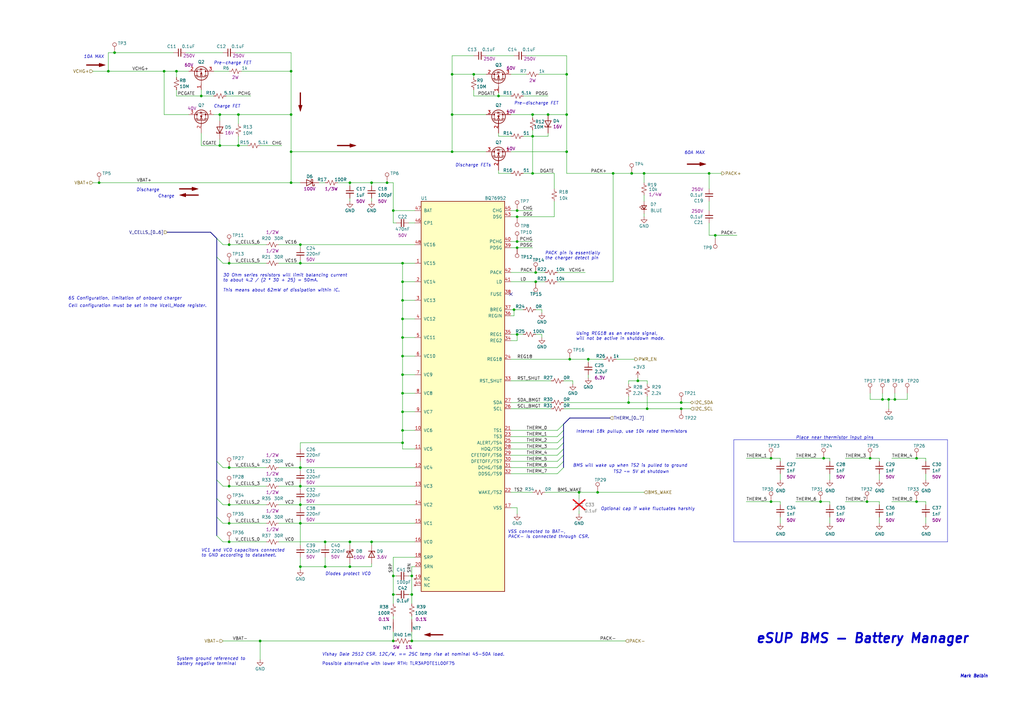
<source format=kicad_sch>
(kicad_sch (version 20230121) (generator eeschema)
  (paper "A3")
  (title_block (title "eSUP - Battery Manager") (date "2023-10-29") (rev "V1"))
  (junction (at 133.35 222.25))
  (junction (at 161.29 236.22))
  (junction (at 97.79 59.69))
  (junction (at 204.47 39.37))
  (junction (at 375.92 205.74))
  (junction (at 123.19 100.33))
  (junction (at 40.64 74.93))
  (junction (at 46.99 21.59))
  (junction (at 279.4 165.1))
  (junction (at 93.98 207.01))
  (junction (at 364.49 163.83))
  (junction (at 375.92 187.96))
  (junction (at 67.31 29.21))
  (junction (at 119.38 29.21))
  (junction (at 212.09 99.06))
  (junction (at 93.98 191.77))
  (junction (at 232.41 30.48))
  (junction (at 185.42 46.99))
  (junction (at 237.49 201.93))
  (junction (at 165.1 107.95))
  (junction (at 123.19 199.39))
  (junction (at 143.51 222.25))
  (junction (at 257.81 165.1))
  (junction (at 241.3 147.32))
  (junction (at 212.09 137.16))
  (junction (at 232.41 62.23))
  (junction (at 264.16 71.12))
  (junction (at 185.42 62.23))
  (junction (at 165.1 161.29))
  (junction (at 356.87 187.96))
  (junction (at 165.1 168.91))
  (junction (at 93.98 199.39))
  (junction (at 361.95 163.83))
  (junction (at 72.39 29.21))
  (junction (at 185.42 30.48))
  (junction (at 123.19 107.95))
  (junction (at 44.45 29.21))
  (junction (at 265.43 167.64))
  (junction (at 224.79 46.99))
  (junction (at 218.44 71.12))
  (junction (at 168.91 236.22))
  (junction (at 355.6 205.74))
  (junction (at 245.11 201.93))
  (junction (at 106.68 262.89))
  (junction (at 367.03 163.83))
  (junction (at 218.44 55.88))
  (junction (at 165.1 138.43))
  (junction (at 316.23 205.74))
  (junction (at 123.19 232.41))
  (junction (at 212.09 101.6))
  (junction (at 336.55 205.74))
  (junction (at 168.91 243.84))
  (junction (at 279.4 167.64))
  (junction (at 90.17 59.69))
  (junction (at 212.09 88.9))
  (junction (at 143.51 74.93))
  (junction (at 316.23 187.96))
  (junction (at 337.82 187.96))
  (junction (at 218.44 46.99))
  (junction (at 152.4 74.93))
  (junction (at 165.1 153.67))
  (junction (at 161.29 243.84))
  (junction (at 259.08 71.12))
  (junction (at 165.1 115.57))
  (junction (at 212.09 86.36))
  (junction (at 152.4 222.25))
  (junction (at 293.37 96.52))
  (junction (at 165.1 181.61))
  (junction (at 165.1 146.05))
  (junction (at 168.91 262.89))
  (junction (at 93.98 214.63))
  (junction (at 251.46 71.12))
  (junction (at 290.83 71.12))
  (junction (at 93.98 222.25))
  (junction (at 161.29 86.36))
  (junction (at 219.71 111.76))
  (junction (at 165.1 130.81))
  (junction (at 158.75 74.93))
  (junction (at 233.68 147.32))
  (junction (at 219.71 115.57))
  (junction (at 82.55 39.37))
  (junction (at 194.31 30.48))
  (junction (at 232.41 46.99))
  (junction (at 133.35 232.41))
  (junction (at 165.1 176.53))
  (junction (at 93.98 100.33))
  (junction (at 143.51 232.41))
  (junction (at 123.19 191.77))
  (junction (at 210.82 127))
  (junction (at 119.38 74.93))
  (junction (at 261.62 156.21))
  (junction (at 119.38 62.23))
  (junction (at 123.19 207.01))
  (junction (at 93.98 107.95))
  (junction (at 123.19 214.63))
  (junction (at 165.1 123.19))
  (junction (at 119.38 46.99))
  (junction (at 161.29 262.89))
  (junction (at 97.79 46.99))
  (junction (at 90.17 46.99))
  (no_connect (at 209.55 120.65))
  (bus_entry (at 228.6 176.53) (size 2.54 -2.54))
  (bus_entry (at 228.6 184.15) (size 2.54 -2.54))
  (bus_entry (at 88.9 196.85) (size 2.54 2.54))
  (bus_entry (at 228.6 181.61) (size 2.54 -2.54))
  (bus_entry (at 88.9 189.23) (size 2.54 2.54))
  (bus_entry (at 88.9 212.09) (size 2.54 2.54))
  (bus_entry (at 228.6 189.23) (size 2.54 -2.54))
  (bus_entry (at 228.6 179.07) (size 2.54 -2.54))
  (bus_entry (at 88.9 204.47) (size 2.54 2.54))
  (bus_entry (at 88.9 97.79) (size 2.54 2.54))
  (bus_entry (at 228.6 191.77) (size 2.54 -2.54))
  (bus_entry (at 88.9 105.41) (size 2.54 2.54))
  (bus_entry (at 228.6 194.31) (size 2.54 -2.54))
  (bus_entry (at 228.6 186.69) (size 2.54 -2.54))
  (bus_entry (at 88.9 219.71) (size 2.54 2.54))
  (wire (pts (xy 326.39 205.74) (xy 336.55 205.74)))
  (wire (pts (xy 293.37 96.52) (xy 302.26 96.52)))
  (wire (pts (xy 361.95 163.83) (xy 361.95 161.29)))
  (wire (pts (xy 133.35 222.25) (xy 143.51 222.25)))
  (bus (pts (xy 231.14 173.99) (xy 231.14 176.53)))
  (bus (pts (xy 88.9 105.41) (xy 88.9 189.23)))
  (wire (pts (xy 265.43 162.56) (xy 265.43 167.64)))
  (wire (pts (xy 123.19 101.6) (xy 123.19 100.33)))
  (wire (pts (xy 194.31 30.48) (xy 199.39 30.48)))
  (wire (pts (xy 222.25 137.16) (xy 222.25 138.43)))
  (wire (pts (xy 97.79 46.99) (xy 119.38 46.99)))
  (wire (pts (xy 123.19 184.15) (xy 123.19 181.61)))
  (wire (pts (xy 279.4 167.64) (xy 283.21 167.64)))
  (wire (pts (xy 143.51 232.41) (xy 133.35 232.41)))
  (wire (pts (xy 106.68 262.89) (xy 161.29 262.89)))
  (wire (pts (xy 261.62 156.21) (xy 257.81 156.21)))
  (wire (pts (xy 209.55 71.12) (xy 204.47 71.12)))
  (wire (pts (xy 44.45 21.59) (xy 44.45 29.21)))
  (wire (pts (xy 161.29 259.08) (xy 161.29 262.89)))
  (wire (pts (xy 76.2 21.59) (xy 91.44 21.59)))
  (wire (pts (xy 218.44 55.88) (xy 218.44 53.34)))
  (wire (pts (xy 114.3 199.39) (xy 123.19 199.39)))
  (wire (pts (xy 233.68 147.32) (xy 241.3 147.32)))
  (wire (pts (xy 152.4 232.41) (xy 143.51 232.41)))
  (wire (pts (xy 320.04 212.09) (xy 320.04 214.63)))
  (wire (pts (xy 340.36 205.74) (xy 340.36 207.01)))
  (wire (pts (xy 360.68 212.09) (xy 360.68 214.63)))
  (wire (pts (xy 194.31 36.83) (xy 194.31 39.37)))
  (wire (pts (xy 123.19 223.52) (xy 123.19 214.63)))
  (wire (pts (xy 123.19 181.61) (xy 165.1 181.61)))
  (wire (pts (xy 220.98 30.48) (xy 232.41 30.48)))
  (wire (pts (xy 158.75 74.93) (xy 161.29 74.93)))
  (wire (pts (xy 265.43 157.48) (xy 265.43 156.21)))
  (wire (pts (xy 143.51 76.2) (xy 143.51 74.93)))
  (wire (pts (xy 356.87 187.96) (xy 360.68 187.96)))
  (wire (pts (xy 91.44 191.77) (xy 93.98 191.77)))
  (wire (pts (xy 261.62 156.21) (xy 261.62 154.94)))
  (wire (pts (xy 97.79 59.69) (xy 101.6 59.69)))
  (wire (pts (xy 72.39 31.75) (xy 72.39 29.21)))
  (wire (pts (xy 67.31 46.99) (xy 67.31 29.21)))
  (wire (pts (xy 165.1 115.57) (xy 165.1 123.19)))
  (wire (pts (xy 264.16 87.63) (xy 264.16 88.9)))
  (polyline (pts (xy 300.99 180.34) (xy 388.62 180.34)))
  (wire (pts (xy 209.55 101.6) (xy 212.09 101.6)))
  (wire (pts (xy 91.44 214.63) (xy 93.98 214.63)))
  (wire (pts (xy 234.95 156.21) (xy 234.95 157.48)))
  (wire (pts (xy 167.64 91.44) (xy 170.18 91.44)))
  (wire (pts (xy 204.47 71.12) (xy 204.47 69.85)))
  (wire (pts (xy 218.44 46.99) (xy 224.79 46.99)))
  (wire (pts (xy 38.1 74.93) (xy 40.64 74.93)))
  (wire (pts (xy 165.1 176.53) (xy 165.1 181.61)))
  (wire (pts (xy 165.1 161.29) (xy 170.18 161.29)))
  (wire (pts (xy 209.55 137.16) (xy 212.09 137.16)))
  (wire (pts (xy 214.63 55.88) (xy 218.44 55.88)))
  (wire (pts (xy 161.29 254) (xy 161.29 252.73)))
  (wire (pts (xy 123.19 232.41) (xy 123.19 233.68)))
  (wire (pts (xy 138.43 74.93) (xy 143.51 74.93)))
  (wire (pts (xy 114.3 214.63) (xy 123.19 214.63)))
  (wire (pts (xy 209.55 184.15) (xy 228.6 184.15)))
  (wire (pts (xy 82.55 59.69) (xy 82.55 54.61)))
  (wire (pts (xy 264.16 80.01) (xy 264.16 82.55)))
  (wire (pts (xy 212.09 137.16) (xy 212.09 139.7)))
  (wire (pts (xy 72.39 36.83) (xy 72.39 39.37)))
  (wire (pts (xy 257.81 162.56) (xy 257.81 165.1)))
  (wire (pts (xy 340.36 194.31) (xy 340.36 196.85)))
  (wire (pts (xy 165.1 168.91) (xy 165.1 161.29)))
  (bus (pts (xy 68.58 95.25) (xy 86.36 95.25)))
  (wire (pts (xy 82.55 39.37) (xy 72.39 39.37)))
  (wire (pts (xy 237.49 201.93) (xy 223.52 201.93)))
  (wire (pts (xy 375.92 187.96) (xy 379.73 187.96)))
  (wire (pts (xy 123.19 193.04) (xy 123.19 191.77)))
  (wire (pts (xy 185.42 46.99) (xy 185.42 30.48)))
  (wire (pts (xy 356.87 163.83) (xy 361.95 163.83)))
  (wire (pts (xy 170.18 146.05) (xy 165.1 146.05)))
  (wire (pts (xy 91.44 207.01) (xy 93.98 207.01)))
  (wire (pts (xy 227.33 82.55) (xy 227.33 88.9)))
  (wire (pts (xy 133.35 223.52) (xy 133.35 222.25)))
  (wire (pts (xy 212.09 137.16) (xy 214.63 137.16)))
  (wire (pts (xy 375.92 205.74) (xy 379.73 205.74)))
  (polyline (pts (xy 388.62 222.25) (xy 300.99 222.25)))
  (wire (pts (xy 91.44 262.89) (xy 106.68 262.89)))
  (wire (pts (xy 152.4 76.2) (xy 152.4 74.93)))
  (wire (pts (xy 194.31 31.75) (xy 194.31 30.48)))
  (wire (pts (xy 168.91 232.41) (xy 168.91 236.22)))
  (wire (pts (xy 93.98 222.25) (xy 109.22 222.25)))
  (wire (pts (xy 279.4 165.1) (xy 283.21 165.1)))
  (bus (pts (xy 231.14 184.15) (xy 231.14 186.69)))
  (wire (pts (xy 222.25 127) (xy 222.25 128.27)))
  (wire (pts (xy 367.03 163.83) (xy 372.11 163.83)))
  (wire (pts (xy 123.19 107.95) (xy 114.3 107.95)))
  (wire (pts (xy 162.56 91.44) (xy 161.29 91.44)))
  (wire (pts (xy 97.79 55.88) (xy 97.79 59.69)))
  (wire (pts (xy 93.98 100.33) (xy 109.22 100.33)))
  (wire (pts (xy 212.09 208.28) (xy 212.09 210.82)))
  (wire (pts (xy 165.1 153.67) (xy 165.1 161.29)))
  (wire (pts (xy 372.11 163.83) (xy 372.11 161.29)))
  (wire (pts (xy 123.19 214.63) (xy 170.18 214.63)))
  (wire (pts (xy 168.91 236.22) (xy 167.64 236.22)))
  (wire (pts (xy 161.29 91.44) (xy 161.29 86.36)))
  (wire (pts (xy 228.6 111.76) (xy 240.03 111.76)))
  (wire (pts (xy 96.52 21.59) (xy 119.38 21.59)))
  (wire (pts (xy 194.31 39.37) (xy 204.47 39.37)))
  (wire (pts (xy 91.44 199.39) (xy 93.98 199.39)))
  (bus (pts (xy 88.9 196.85) (xy 88.9 204.47)))
  (wire (pts (xy 209.55 46.99) (xy 218.44 46.99)))
  (wire (pts (xy 290.83 91.44) (xy 290.83 96.52)))
  (wire (pts (xy 168.91 236.22) (xy 168.91 243.84)))
  (wire (pts (xy 106.68 262.89) (xy 106.68 270.51)))
  (wire (pts (xy 218.44 48.26) (xy 218.44 46.99)))
  (wire (pts (xy 168.91 254) (xy 168.91 252.73)))
  (wire (pts (xy 40.64 74.93) (xy 119.38 74.93)))
  (wire (pts (xy 123.19 205.74) (xy 123.19 207.01)))
  (wire (pts (xy 199.39 46.99) (xy 185.42 46.99)))
  (wire (pts (xy 119.38 29.21) (xy 119.38 46.99)))
  (wire (pts (xy 259.08 71.12) (xy 264.16 71.12)))
  (wire (pts (xy 209.55 194.31) (xy 228.6 194.31)))
  (wire (pts (xy 251.46 71.12) (xy 259.08 71.12)))
  (wire (pts (xy 257.81 165.1) (xy 279.4 165.1)))
  (wire (pts (xy 143.51 231.14) (xy 143.51 232.41)))
  (wire (pts (xy 165.1 123.19) (xy 170.18 123.19)))
  (wire (pts (xy 165.1 176.53) (xy 165.1 168.91)))
  (wire (pts (xy 306.07 205.74) (xy 316.23 205.74)))
  (wire (pts (xy 93.98 207.01) (xy 109.22 207.01)))
  (wire (pts (xy 241.3 147.32) (xy 247.65 147.32)))
  (wire (pts (xy 119.38 62.23) (xy 119.38 74.93)))
  (wire (pts (xy 241.3 153.67) (xy 241.3 154.94)))
  (wire (pts (xy 214.63 39.37) (xy 224.79 39.37)))
  (wire (pts (xy 237.49 204.47) (xy 237.49 201.93)))
  (wire (pts (xy 320.04 187.96) (xy 320.04 189.23)))
  (wire (pts (xy 232.41 22.86) (xy 232.41 30.48)))
  (wire (pts (xy 210.82 127) (xy 214.63 127)))
  (wire (pts (xy 379.73 187.96) (xy 379.73 189.23)))
  (wire (pts (xy 264.16 71.12) (xy 264.16 74.93)))
  (wire (pts (xy 237.49 209.55) (xy 237.49 210.82)))
  (wire (pts (xy 224.79 55.88) (xy 218.44 55.88)))
  (wire (pts (xy 93.98 191.77) (xy 109.22 191.77)))
  (wire (pts (xy 340.36 187.96) (xy 340.36 189.23)))
  (wire (pts (xy 194.31 22.86) (xy 185.42 22.86)))
  (wire (pts (xy 218.44 71.12) (xy 227.33 71.12)))
  (wire (pts (xy 165.1 130.81) (xy 170.18 130.81)))
  (bus (pts (xy 233.68 171.45) (xy 250.19 171.45)))
  (wire (pts (xy 210.82 127) (xy 210.82 129.54)))
  (wire (pts (xy 232.41 30.48) (xy 232.41 46.99)))
  (wire (pts (xy 44.45 21.59) (xy 46.99 21.59)))
  (wire (pts (xy 219.71 115.57) (xy 223.52 115.57)))
  (wire (pts (xy 143.51 81.28) (xy 143.51 82.55)))
  (wire (pts (xy 209.55 147.32) (xy 233.68 147.32)))
  (wire (pts (xy 365.76 187.96) (xy 375.92 187.96)))
  (wire (pts (xy 232.41 46.99) (xy 232.41 62.23)))
  (bus (pts (xy 88.9 204.47) (xy 88.9 212.09)))
  (wire (pts (xy 209.55 115.57) (xy 219.71 115.57)))
  (bus (pts (xy 231.14 181.61) (xy 231.14 184.15)))
  (wire (pts (xy 106.68 59.69) (xy 115.57 59.69)))
  (wire (pts (xy 364.49 163.83) (xy 364.49 167.64)))
  (wire (pts (xy 316.23 187.96) (xy 320.04 187.96)))
  (wire (pts (xy 123.19 100.33) (xy 170.18 100.33)))
  (wire (pts (xy 119.38 46.99) (xy 119.38 62.23)))
  (wire (pts (xy 360.68 187.96) (xy 360.68 189.23)))
  (wire (pts (xy 320.04 194.31) (xy 320.04 196.85)))
  (wire (pts (xy 161.29 228.6) (xy 161.29 236.22)))
  (wire (pts (xy 265.43 167.64) (xy 279.4 167.64)))
  (wire (pts (xy 245.11 201.93) (xy 237.49 201.93)))
  (wire (pts (xy 209.55 189.23) (xy 228.6 189.23)))
  (wire (pts (xy 209.55 167.64) (xy 226.06 167.64)))
  (wire (pts (xy 356.87 161.29) (xy 356.87 163.83)))
  (wire (pts (xy 265.43 156.21) (xy 261.62 156.21)))
  (bus (pts (xy 231.14 176.53) (xy 231.14 179.07)))
  (wire (pts (xy 209.55 191.77) (xy 228.6 191.77)))
  (wire (pts (xy 170.18 153.67) (xy 165.1 153.67)))
  (bus (pts (xy 231.14 186.69) (xy 231.14 189.23)))
  (wire (pts (xy 82.55 36.83) (xy 82.55 39.37)))
  (wire (pts (xy 87.63 46.99) (xy 90.17 46.99)))
  (wire (pts (xy 119.38 62.23) (xy 185.42 62.23)))
  (wire (pts (xy 252.73 147.32) (xy 260.35 147.32)))
  (wire (pts (xy 204.47 39.37) (xy 204.47 38.1)))
  (wire (pts (xy 97.79 50.8) (xy 97.79 46.99)))
  (bus (pts (xy 231.14 173.99) (xy 233.68 171.45)))
  (wire (pts (xy 218.44 71.12) (xy 214.63 71.12)))
  (wire (pts (xy 165.1 176.53) (xy 170.18 176.53)))
  (wire (pts (xy 161.29 86.36) (xy 161.29 74.93)))
  (wire (pts (xy 123.19 200.66) (xy 123.19 199.39)))
  (wire (pts (xy 165.1 130.81) (xy 165.1 138.43)))
  (wire (pts (xy 168.91 243.84) (xy 168.91 247.65)))
  (wire (pts (xy 123.19 106.68) (xy 123.19 107.95)))
  (wire (pts (xy 123.19 189.23) (xy 123.19 191.77)))
  (wire (pts (xy 210.82 129.54) (xy 209.55 129.54)))
  (wire (pts (xy 170.18 138.43) (xy 165.1 138.43)))
  (wire (pts (xy 143.51 222.25) (xy 143.51 223.52)))
  (bus (pts (xy 88.9 212.09) (xy 88.9 219.71)))
  (wire (pts (xy 161.29 236.22) (xy 161.29 243.84)))
  (wire (pts (xy 290.83 82.55) (xy 290.83 86.36)))
  (wire (pts (xy 379.73 194.31) (xy 379.73 196.85)))
  (bus (pts (xy 231.14 179.07) (xy 231.14 181.61)))
  (wire (pts (xy 340.36 212.09) (xy 340.36 214.63)))
  (wire (pts (xy 337.82 187.96) (xy 340.36 187.96)))
  (wire (pts (xy 209.55 176.53) (xy 228.6 176.53)))
  (wire (pts (xy 82.55 59.69) (xy 90.17 59.69)))
  (wire (pts (xy 170.18 115.57) (xy 165.1 115.57)))
  (wire (pts (xy 336.55 205.74) (xy 340.36 205.74)))
  (wire (pts (xy 130.81 74.93) (xy 133.35 74.93)))
  (wire (pts (xy 290.83 71.12) (xy 295.91 71.12)))
  (wire (pts (xy 316.23 205.74) (xy 320.04 205.74)))
  (wire (pts (xy 209.55 127) (xy 210.82 127)))
  (wire (pts (xy 209.55 201.93) (xy 218.44 201.93)))
  (wire (pts (xy 209.55 55.88) (xy 204.47 55.88)))
  (wire (pts (xy 123.19 207.01) (xy 114.3 207.01)))
  (wire (pts (xy 93.98 107.95) (xy 109.22 107.95)))
  (wire (pts (xy 161.29 243.84) (xy 161.29 247.65)))
  (wire (pts (xy 46.99 21.59) (xy 71.12 21.59)))
  (wire (pts (xy 364.49 163.83) (xy 367.03 163.83)))
  (wire (pts (xy 290.83 96.52) (xy 293.37 96.52)))
  (wire (pts (xy 90.17 49.53) (xy 90.17 46.99)))
  (wire (pts (xy 93.98 214.63) (xy 109.22 214.63)))
  (wire (pts (xy 209.55 165.1) (xy 226.06 165.1)))
  (wire (pts (xy 199.39 22.86) (xy 210.82 22.86)))
  (wire (pts (xy 212.09 88.9) (xy 227.33 88.9)))
  (wire (pts (xy 232.41 71.12) (xy 251.46 71.12)))
  (wire (pts (xy 90.17 57.15) (xy 90.17 59.69)))
  (wire (pts (xy 152.4 81.28) (xy 152.4 82.55)))
  (wire (pts (xy 67.31 29.21) (xy 72.39 29.21)))
  (bus (pts (xy 86.36 95.25) (xy 88.9 97.79)))
  (wire (pts (xy 361.95 163.83) (xy 364.49 163.83)))
  (wire (pts (xy 224.79 54.61) (xy 224.79 55.88)))
  (wire (pts (xy 185.42 30.48) (xy 194.31 30.48)))
  (wire (pts (xy 290.83 77.47) (xy 290.83 71.12)))
  (wire (pts (xy 165.1 130.81) (xy 165.1 123.19)))
  (wire (pts (xy 133.35 232.41) (xy 123.19 232.41)))
  (wire (pts (xy 209.55 62.23) (xy 232.41 62.23)))
  (polyline (pts (xy 388.62 180.34) (xy 388.62 222.25)))
  (wire (pts (xy 143.51 74.93) (xy 152.4 74.93)))
  (wire (pts (xy 224.79 46.99) (xy 232.41 46.99)))
  (wire (pts (xy 257.81 157.48) (xy 257.81 156.21)))
  (wire (pts (xy 114.3 100.33) (xy 123.19 100.33)))
  (wire (pts (xy 91.44 107.95) (xy 93.98 107.95)))
  (wire (pts (xy 133.35 228.6) (xy 133.35 232.41)))
  (wire (pts (xy 360.68 194.31) (xy 360.68 196.85)))
  (wire (pts (xy 91.44 222.25) (xy 93.98 222.25)))
  (wire (pts (xy 162.56 236.22) (xy 161.29 236.22)))
  (wire (pts (xy 212.09 139.7) (xy 209.55 139.7)))
  (wire (pts (xy 209.55 181.61) (xy 228.6 181.61)))
  (wire (pts (xy 123.19 208.28) (xy 123.19 207.01)))
  (wire (pts (xy 209.55 111.76) (xy 219.71 111.76)))
  (wire (pts (xy 209.55 156.21) (xy 226.06 156.21)))
  (wire (pts (xy 123.19 199.39) (xy 170.18 199.39)))
  (wire (pts (xy 264.16 71.12) (xy 290.83 71.12)))
  (wire (pts (xy 219.71 111.76) (xy 223.52 111.76)))
  (wire (pts (xy 185.42 62.23) (xy 185.42 46.99)))
  (wire (pts (xy 114.3 222.25) (xy 133.35 222.25)))
  (wire (pts (xy 168.91 232.41) (xy 170.18 232.41)))
  (wire (pts (xy 38.1 29.21) (xy 44.45 29.21)))
  (wire (pts (xy 114.3 191.77) (xy 123.19 191.77)))
  (wire (pts (xy 231.14 156.21) (xy 234.95 156.21)))
  (wire (pts (xy 119.38 74.93) (xy 123.19 74.93)))
  (wire (pts (xy 123.19 198.12) (xy 123.19 199.39)))
  (wire (pts (xy 228.6 115.57) (xy 251.46 115.57)))
  (wire (pts (xy 185.42 62.23) (xy 199.39 62.23)))
  (wire (pts (xy 326.39 187.96) (xy 337.82 187.96)))
  (wire (pts (xy 123.19 213.36) (xy 123.19 214.63)))
  (wire (pts (xy 346.71 187.96) (xy 356.87 187.96)))
  (wire (pts (xy 67.31 46.99) (xy 77.47 46.99)))
  (wire (pts (xy 379.73 212.09) (xy 379.73 214.63)))
  (wire (pts (xy 82.55 39.37) (xy 87.63 39.37)))
  (wire (pts (xy 90.17 46.99) (xy 97.79 46.99)))
  (wire (pts (xy 165.1 168.91) (xy 170.18 168.91)))
  (wire (pts (xy 232.41 62.23) (xy 232.41 71.12)))
  (wire (pts (xy 152.4 74.93) (xy 158.75 74.93)))
  (wire (pts (xy 99.06 29.21) (xy 119.38 29.21)))
  (wire (pts (xy 161.29 86.36) (xy 170.18 86.36)))
  (wire (pts (xy 365.76 205.74) (xy 375.92 205.74)))
  (wire (pts (xy 143.51 222.25) (xy 152.4 222.25)))
  (wire (pts (xy 87.63 29.21) (xy 93.98 29.21)))
  (wire (pts (xy 77.47 29.21) (xy 72.39 29.21)))
  (wire (pts (xy 119.38 21.59) (xy 119.38 29.21)))
  (bus (pts (xy 231.14 189.23) (xy 231.14 191.77)))
  (wire (pts (xy 212.09 99.06) (xy 218.44 99.06)))
  (wire (pts (xy 165.1 107.95) (xy 165.1 115.57)))
  (wire (pts (xy 245.11 201.93) (xy 264.16 201.93)))
  (wire (pts (xy 168.91 262.89) (xy 256.54 262.89)))
  (wire (pts (xy 185.42 22.86) (xy 185.42 30.48)))
  (wire (pts (xy 97.79 59.69) (xy 90.17 59.69)))
  (wire (pts (xy 219.71 137.16) (xy 222.25 137.16)))
  (wire (pts (xy 152.4 231.14) (xy 152.4 232.41)))
  (wire (pts (xy 165.1 107.95) (xy 170.18 107.95)))
  (wire (pts (xy 204.47 39.37) (xy 209.55 39.37)))
  (bus (pts (xy 88.9 189.23) (xy 88.9 196.85)))
  (wire (pts (xy 215.9 30.48) (xy 209.55 30.48)))
  (wire (pts (xy 320.04 205.74) (xy 320.04 207.01)))
  (wire (pts (xy 209.55 179.07) (xy 228.6 179.07)))
  (wire (pts (xy 170.18 184.15) (xy 165.1 184.15)))
  (wire (pts (xy 170.18 228.6) (xy 161.29 228.6)))
  (wire (pts (xy 379.73 205.74) (xy 379.73 207.01)))
  (wire (pts (xy 251.46 71.12) (xy 251.46 115.57)))
  (wire (pts (xy 123.19 191.77) (xy 170.18 191.77)))
  (wire (pts (xy 152.4 223.52) (xy 152.4 222.25)))
  (wire (pts (xy 293.37 97.79) (xy 293.37 96.52)))
  (wire (pts (xy 209.55 208.28) (xy 212.09 208.28)))
  (wire (pts (xy 209.55 86.36) (xy 212.09 86.36)))
  (wire (pts (xy 204.47 55.88) (xy 204.47 54.61)))
  (wire (pts (xy 367.03 163.83) (xy 367.03 161.29)))
  (wire (pts (xy 162.56 243.84) (xy 161.29 243.84)))
  (wire (pts (xy 231.14 167.64) (xy 265.43 167.64)))
  (polyline (pts (xy 300.99 222.25) (xy 300.99 180.34)))
  (wire (pts (xy 212.09 101.6) (xy 218.44 101.6)))
  (wire (pts (xy 123.19 207.01) (xy 170.18 207.01)))
  (wire (pts (xy 167.64 243.84) (xy 168.91 243.84)))
  (wire (pts (xy 165.1 138.43) (xy 165.1 146.05)))
  (wire (pts (xy 241.3 148.59) (xy 241.3 147.32)))
  (wire (pts (xy 219.71 127) (xy 222.25 127)))
  (wire (pts (xy 355.6 205.74) (xy 360.68 205.74)))
  (wire (pts (xy 231.14 165.1) (xy 257.81 165.1)))
  (wire (pts (xy 227.33 77.47) (xy 227.33 71.12)))
  (wire (pts (xy 168.91 262.89) (xy 168.91 259.08)))
  (wire (pts (xy 218.44 71.12) (xy 218.44 55.88)))
  (wire (pts (xy 209.55 88.9) (xy 212.09 88.9)))
  (wire (pts (xy 360.68 205.74) (xy 360.68 207.01)))
  (wire (pts (xy 209.55 186.69) (xy 228.6 186.69)))
  (bus (pts (xy 88.9 97.79) (xy 88.9 105.41)))
  (wire (pts (xy 346.71 205.74) (xy 355.6 205.74)))
  (wire (pts (xy 209.55 99.06) (xy 212.09 99.06)))
  (wire (pts (xy 165.1 146.05) (xy 165.1 153.67)))
  (wire (pts (xy 215.9 22.86) (xy 232.41 22.86)))
  (wire (pts (xy 165.1 181.61) (xy 165.1 184.15)))
  (wire (pts (xy 152.4 222.25) (xy 170.18 222.25)))
  (wire (pts (xy 123.19 228.6) (xy 123.19 232.41)))
  (wire (pts (xy 306.07 187.96) (xy 316.23 187.96)))
  (wire (pts (xy 123.19 107.95) (xy 165.1 107.95)))
  (wire (pts (xy 44.45 29.21) (xy 67.31 29.21)))
  (wire (pts (xy 93.98 199.39) (xy 109.22 199.39)))
  (wire (pts (xy 91.44 100.33) (xy 93.98 100.33)))
  (wire (pts (xy 212.09 86.36) (xy 218.44 86.36)))
  (wire (pts (xy 92.71 39.37) (xy 102.87 39.37)))
  (text "VSS connected to BAT-, \nPACK- is connected through CSR." (at 208.28 220.98 0) (effects (font (size 1.27 1.27) italic) (justify left bottom)))
  (text "Pre-charge FET" (at 87.63 26.67 0) (effects (font (size 1.27 1.27) italic) (justify left bottom)))
  (text "Place near thermistor input pins" (at 326.39 180.34 0) (effects (font (size 1.27 1.27) italic) (justify left bottom)))
  (text "Diodes protect VC0" (at 133.35 236.22 0) (effects (font (size 1.27 1.27) italic) (justify left bottom)))
  (text "60A MAX" (at 280.67 63.5 0) (effects (font (size 1.27 1.27) italic) (justify left bottom)))
  (text "TS2 ~= 5V at shutdown" (at 251.46 194.31 0) (effects (font (size 1.27 1.27) italic) (justify left bottom)))
  (text "Charge FET" (at 87.63 44.45 0) (effects (font (size 1.27 1.27) italic) (justify left bottom)))
  (text "Using REG18 as an enable signal, \nwill not be active in shutdown mode." (at 236.22 139.7 0) (effects (font (size 1.27 1.27) italic) (justify left bottom)))
  (text "Vishay Dale 2512 CSR. 12C/W, == 25C temp rise at nominal 45-50A load. " (at 132.08 269.24 0) (effects (font (size 1.27 1.27) italic) (justify left bottom)))
  (text "30 Ohm series resistors will limit balancing current \nto about 4.2 / (2 * 30 + 25) = 50mA.\n\nThis means about 62mW of dissipation within IC.\n " (at 91.44 121.92 0) (effects (font (size 1.27 1.27) italic) (justify left bottom)))
  (text "Internal 18k pullup, use 10k rated thermistors" (at 236.22 177.8 0) (effects (font (size 1.27 1.27) italic) (justify left bottom)))
  (text "Mark Belbin" (at 393.7 278.13 0) (effects (font (size 1.27 1.27) (thickness 0.254) bold italic) (justify left bottom)))
  (text "10A MAX" (at 34.29 24.13 0) (effects (font (size 1.27 1.27) italic) (justify left bottom)))
  (text "eSUP BMS - Battery Manager" (at 309.88 264.16 0) (effects (font (size 3.81 3.81) (thickness 0.762) bold italic) (justify left bottom)))
  (text "VC1 and VC0 capacitors connected \nto GND according to datasheet." (at 82.55 228.6 0) (effects (font (size 1.27 1.27) italic) (justify left bottom)))
  (text "Charge" (at 64.77 81.28 0) (effects (font (size 1.27 1.27) italic) (justify left bottom)))
  (text "Cell configuration must be set in the Vcell_Mode register.\n " (at 27.94 128.27 0) (effects (font (size 1.27 1.27) italic) (justify left bottom)))
  (text "6S Configuration, limitation of onboard charger" (at 27.94 123.19 0) (effects (font (size 1.27 1.27) italic) (justify left bottom)))
  (text "Pre-discharge FET" (at 210.82 43.18 0) (effects (font (size 1.27 1.27) italic) (justify left bottom)))
  (text "PACK pin is essentially\nthe charger detect pin" (at 223.52 106.68 0) (effects (font (size 1.27 1.27) italic) (justify left bottom)))
  (text "System ground referenced to \nbattery negative terminal" (at 72.39 273.05 0) (effects (font (size 1.27 1.27) italic) (justify left bottom)))
  (text "Possible alternative with lower RTH: TLR3APDTE1L00F75" (at 132.08 273.05 0) (effects (font (size 1.27 1.27)) (justify left bottom)))
  (text "BMS will wake up when TS2 is pulled to ground" (at 234.95 191.77 0) (effects (font (size 1.27 1.27) italic) (justify left bottom)))
  (text "Discharge FETs" (at 186.69 68.58 0) (effects (font (size 1.27 1.27) italic) (justify left bottom)))
  (text "Optional cap if wake fluctuates harshly" (at 246.38 209.55 0) (effects (font (size 1.27 1.27) italic) (justify left bottom)))
  (text "Discharge" (at 55.88 78.74 0) (effects (font (size 1.27 1.27) italic) (justify left bottom)))
  (label "THERM_2" (at 326.39 187.96 0))
  (label "PCHG" (at 102.87 39.37 180))
  (label "THERM_3" (at 346.71 187.96 0))
  (label "SRN" (at 168.91 234.95 90))
  (label "LD" (at 213.36 115.57 0))
  (label "THERM_3" (at 215.9 184.15 0))
  (label "VCHG+" (at 240.03 111.76 180))
  (label "V_CELLS_4" (at 96.52 191.77 0))
  (label "PDSG" (at 218.44 101.6 180))
  (label "TS2" (at 210.82 201.93 0))
  (label "BMS_WAKE" (at 228.6 201.93 0))
  (label "THERM_5" (at 306.07 205.74 0))
  (label "V_CELLS_1" (at 96.52 214.63 0))
  (label "THERM_6" (at 326.39 205.74 0))
  (label "SRP" (at 161.29 234.95 90))
  (label "DGATE" (at 227.33 71.12 180))
  (label "THERM_2" (at 215.9 181.61 0))
  (label "THERM_7" (at 346.71 205.74 0))
  (label "REG18" (at 212.09 147.32 0))
  (label "VC0" (at 116.84 222.25 0))
  (label "VC4" (at 116.84 191.77 0))
  (label "PDGATE" (at 203.2 39.37 180))
  (label "V_CELLS_3" (at 96.52 199.39 0))
  (label "PACK-" (at 252.73 262.89 180))
  (label "PACK-" (at 302.26 96.52 180))
  (label "V_CELLS_2" (at 96.52 207.01 0))
  (label "VBAT-" (at 101.6 262.89 180))
  (label "V_CELLS_5" (at 96.52 107.95 0))
  (label "VC15" (at 116.84 107.95 0))
  (label "THERM_0" (at 365.76 205.74 0))
  (label "PACK+" (at 248.92 71.12 180))
  (label "VCHG+" (at 60.96 29.21 180))
  (label "RST_SHUT" (at 212.09 156.21 0))
  (label "PCHG" (at 218.44 99.06 180))
  (label "VC3" (at 116.84 199.39 0))
  (label "PCGATE" (at 80.01 39.37 180))
  (label "VC16" (at 116.84 100.33 0))
  (label "V_CELLS_6" (at 96.52 100.33 0))
  (label "VC2" (at 116.84 207.01 0))
  (label "THERM_1" (at 215.9 179.07 0))
  (label "THERM_6" (at 215.9 191.77 0))
  (label "THERM_5" (at 215.9 189.23 0))
  (label "PACK" (at 213.36 111.76 0))
  (label "VC1" (at 116.84 214.63 0))
  (label "DSG" (at 218.44 88.9 180))
  (label "SCL_BMGT" (at 212.09 167.64 0))
  (label "VBAT+" (at 62.23 74.93 180))
  (label "PDSG" (at 224.79 39.37 180))
  (label "CHG" (at 218.44 86.36 180))
  (label "V_CELLS_0" (at 96.52 222.25 0))
  (label "THERM_4" (at 365.76 187.96 0))
  (label "THERM_1" (at 306.07 187.96 0))
  (label "SDA_BMGT" (at 212.09 165.1 0))
  (label "THERM_4" (at 215.9 186.69 0))
  (label "THERM_7" (at 215.9 194.31 0))
  (label "THERM_0" (at 215.9 176.53 0))
  (label "CHG" (at 115.57 59.69 180))
  (label "CGATE" (at 88.9 59.69 180))
  (hierarchical_label "V_CELLS_[0..6]" (shape input) (at 68.58 95.25 180))
  (hierarchical_label "PWR_EN" (shape output) (at 260.35 147.32 0))
  (hierarchical_label "VBAT+" (shape input) (at 38.1 74.93 180))
  (hierarchical_label "PACK-" (shape input) (at 256.54 262.89 0))
  (hierarchical_label "THERM_[0..7]" (shape input) (at 250.19 171.45 0))
  (hierarchical_label "I2C_SCL" (shape input) (at 283.21 167.64 0))
  (hierarchical_label "VCHG+" (shape input) (at 38.1 29.21 180))
  (hierarchical_label "I2C_SDA" (shape bidirectional) (at 283.21 165.1 0))
  (hierarchical_label "VBAT-" (shape input) (at 91.44 262.89 180))
  (hierarchical_label "BMS_WAKE" (shape input) (at 264.16 201.93 0))
  (hierarchical_label "PACK+" (shape output) (at 295.91 71.12 0))
  (symbol (lib_id "bms:BQ76952") (at 189.23 157.48 0) (unit 1)
    (property "Reference" "U1" (at 173.99 81.28 0))
    (property "Value" "BQ76952" (at 203.2 81.28 0))
    (property "Footprint" "Package_QFP:TQFP-48_7x7mm_P0.5mm" (effects hide))
    (property "Datasheet" "https://www.ti.com/lit/ds/symlink/bq76952.pdf" (effects hide))
    (property "MFG" "Texas Instruments" (effects hide))
    (property "MFG PN" "BQ76952PFBR" (effects hide))
  )
  (symbol (lib_id "power:GND") (at 212.09 210.82 0) (unit 1)
    (property "Reference" "#PWR0101" (effects hide))
    (property "Value" "GND" (at 212.09 214.63 0))
  )
  (symbol (lib_id "Device:C_Small") (at 123.19 104.14 0) (unit 1)
    (property "Reference" "C24" (at 125.5268 101.8286 0) (effects (justify left)))
    (property "Value" "220nF" (at 125.5268 104.14 0) (effects (justify left)))
    (property "Footprint" "Capacitor_SMD:C_0603_1608Metric" (effects hide))
    (property "MFG" "Murata Electronics" (effects hide))
    (property "MFG PN" "GCJ188R71H224KA01D" (effects hide))
    (property "Voltage" "50V" (at 125.5268 106.4514 0) (effects (justify left)))
  )
  (symbol (lib_id "Device:R_Small_US") (at 111.76 100.33 270) (unit 1)
    (property "Reference" "R20" (at 109.22 97.79 90))
    (property "Value" "30R" (at 114.3 97.79 90))
    (property "Footprint" "Resistor_SMD:R_0805_2012Metric" (effects hide))
    (property "MFG" "Panasonic Electronic Components" (effects hide))
    (property "MFG PN" "ERJ-P06J300V" (effects hide))
    (property "Power" "1/2W" (at 111.76 95.25 90))
  )
  (symbol (lib_id "Device:C_Small") (at 123.19 186.69 0) (unit 1)
    (property "Reference" "C26" (at 125.5268 184.3786 0) (effects (justify left)))
    (property "Value" "220nF" (at 125.5268 186.69 0) (effects (justify left)))
    (property "Footprint" "Capacitor_SMD:C_0603_1608Metric" (effects hide))
    (property "MFG" "Murata Electronics" (effects hide))
    (property "MFG PN" "GCJ188R71H224KA01D" (effects hide))
    (property "Voltage" "50V" (at 125.5268 189.0014 0) (effects (justify left)))
  )
  (symbol (lib_id "Device:C_Small") (at 123.19 195.58 0) (unit 1)
    (property "Reference" "C31" (at 125.5268 193.2686 0) (effects (justify left)))
    (property "Value" "220nF" (at 125.5268 195.58 0) (effects (justify left)))
    (property "Footprint" "Capacitor_SMD:C_0603_1608Metric" (effects hide))
    (property "MFG" "Murata Electronics" (effects hide))
    (property "MFG PN" "GCJ188R71H224KA01D" (effects hide))
    (property "Voltage" "50V" (at 125.5268 197.8914 0) (effects (justify left)))
  )
  (symbol (lib_id "Device:C_Small") (at 123.19 203.2 0) (unit 1)
    (property "Reference" "C32" (at 125.5268 200.8886 0) (effects (justify left)))
    (property "Value" "220nF" (at 125.5268 203.2 0) (effects (justify left)))
    (property "Footprint" "Capacitor_SMD:C_0603_1608Metric" (effects hide))
    (property "MFG" "Murata Electronics" (effects hide))
    (property "MFG PN" "GCJ188R71H224KA01D" (effects hide))
    (property "Voltage" "50V" (at 125.5268 205.5114 0) (effects (justify left)))
  )
  (symbol (lib_id "Device:C_Small") (at 123.19 210.82 0) (unit 1)
    (property "Reference" "C38" (at 125.5268 208.5086 0) (effects (justify left)))
    (property "Value" "220nF" (at 125.5268 210.82 0) (effects (justify left)))
    (property "Footprint" "Capacitor_SMD:C_0603_1608Metric" (effects hide))
    (property "MFG" "Murata Electronics" (effects hide))
    (property "MFG PN" "GCJ188R71H224KA01D" (effects hide))
    (property "Voltage" "50V" (at 125.5268 213.1314 0) (effects (justify left)))
  )
  (symbol (lib_id "Device:C_Small") (at 123.19 226.06 0) (unit 1)
    (property "Reference" "C39" (at 125.5268 223.7486 0) (effects (justify left)))
    (property "Value" "220nF" (at 125.5268 226.06 0) (effects (justify left)))
    (property "Footprint" "Capacitor_SMD:C_0603_1608Metric" (effects hide))
    (property "MFG" "Murata Electronics" (effects hide))
    (property "MFG PN" "GCJ188R71H224KA01D" (effects hide))
    (property "Voltage" "50V" (at 125.5268 228.3714 0) (effects (justify left)))
  )
  (symbol (lib_id "Device:C_Small") (at 133.35 226.06 0) (unit 1)
    (property "Reference" "C40" (at 135.6868 223.7486 0) (effects (justify left)))
    (property "Value" "220nF" (at 135.6868 226.06 0) (effects (justify left)))
    (property "Footprint" "Capacitor_SMD:C_0603_1608Metric" (effects hide))
    (property "MFG" "Murata Electronics" (effects hide))
    (property "MFG PN" "GCJ188R71H224KA01D" (effects hide))
    (property "Voltage" "50V" (at 135.6868 228.3714 0) (effects (justify left)))
  )
  (symbol (lib_id "power:GND") (at 123.19 233.68 0) (unit 1)
    (property "Reference" "#PWR092" (effects hide))
    (property "Value" "GND" (at 123.19 237.49 0))
  )
  (symbol (lib_id "Device:C_Small") (at 165.1 91.44 270) (unit 1)
    (property "Reference" "C22" (at 165.1 88.9 90))
    (property "Value" "470nF" (at 165.1 93.98 90))
    (property "Footprint" "Capacitor_SMD:C_0603_1608Metric" (effects hide))
    (property "MFG" "TDK Corporation" (effects hide))
    (property "MFG PN" "CGA3E3X7R1H474K080AB" (effects hide))
    (property "Voltage" "50V" (at 165.1 96.52 90))
  )
  (symbol (lib_id "Device:R_US") (at 165.1 262.89 270) (unit 1)
    (property "Reference" "R40" (at 163.4026 260.397 90))
    (property "Value" "1m" (at 167.29 260.3125 90))
    (property "Footprint" "Resistor_SMD:R_2512_6332Metric" (effects hide))
    (property "MFG" "Vishay Dale" (effects hide))
    (property "MFG PN" "WSLF25121L000FEB" (effects hide))
    (property "Power" "5W" (at 162.56 265.43 90))
    (property "Tolerance" "1%" (at 167.64 265.43 90))
  )
  (symbol (lib_id "power:GND") (at 222.25 138.43 0) (unit 1)
    (property "Reference" "#PWR0102" (effects hide))
    (property "Value" "GND" (at 222.25 142.24 0))
  )
  (symbol (lib_id "Device:R_Small_US") (at 217.17 137.16 90) (unit 1)
    (property "Reference" "R25" (at 213.36 135.89 90))
    (property "Value" "100k" (at 220.98 135.89 90))
    (property "Footprint" "Resistor_SMD:R_0603_1608Metric" (effects hide))
    (property "MFG" "Panasonic Electronic Components" (effects hide))
    (property "MFG PN" "ERJ-3EKF1003V" (effects hide))
  )
  (symbol (lib_id "Device:R_Small_US") (at 228.6 156.21 90) (unit 1)
    (property "Reference" "R27" (at 224.79 154.94 90))
    (property "Value" "0R" (at 232.41 154.94 90))
    (property "Footprint" "Resistor_SMD:R_0603_1608Metric" (effects hide))
    (property "MFG" "Panasonic Electronic Components" (effects hide))
    (property "MFG PN" "ERJ-3GEY0R00V" (effects hide))
  )
  (symbol (lib_id "power:GND") (at 234.95 157.48 0) (unit 1)
    (property "Reference" "#PWR0103" (effects hide))
    (property "Value" "GND" (at 234.95 161.29 0))
  )
  (symbol (lib_id "power:GND") (at 222.25 128.27 0) (unit 1)
    (property "Reference" "#PWR0104" (effects hide))
    (property "Value" "GND" (at 222.25 132.08 0))
  )
  (symbol (lib_id "Device:R_Small_US") (at 217.17 127 90) (unit 1)
    (property "Reference" "R24" (at 213.36 125.73 90))
    (property "Value" "0R" (at 220.98 125.73 90))
    (property "Footprint" "Resistor_SMD:R_0603_1608Metric" (effects hide))
    (property "MFG" "Panasonic Electronic Components" (effects hide))
    (property "MFG PN" "ERJ-3GEY0R00V" (effects hide))
  )
  (symbol (lib_id "Device:R_Small_US") (at 226.06 111.76 90) (unit 1)
    (property "Reference" "R22" (at 222.25 110.49 90))
    (property "Value" "10k" (at 229.87 110.49 90))
    (property "Footprint" "Resistor_SMD:R_0603_1608Metric" (effects hide))
    (property "MFG" "Panasonic Electronic Components" (effects hide))
    (property "MFG PN" "ERJ-3GEYJ103V" (effects hide))
  )
  (symbol (lib_id "Device:R_Small_US") (at 226.06 115.57 90) (unit 1)
    (property "Reference" "R23" (at 222.25 114.3 90))
    (property "Value" "10k" (at 229.87 114.3 90))
    (property "Footprint" "Resistor_SMD:R_0603_1608Metric" (effects hide))
    (property "MFG" "Panasonic Electronic Components" (effects hide))
    (property "MFG PN" "ERJ-3GEYJ103V" (effects hide))
  )
  (symbol (lib_id "Device:R_Small_US") (at 104.14 59.69 90) (unit 1)
    (property "Reference" "R15" (at 100.33 58.42 90))
    (property "Value" "5.1k" (at 107.95 58.42 90))
    (property "Footprint" "Resistor_SMD:R_0603_1608Metric" (effects hide))
    (property "MFG" "Panasonic Electronic Components" (effects hide))
    (property "MFG PN" "ERJ-3GEYJ512V" (effects hide))
  )
  (symbol (lib_id "Graphic:SYM_Arrow_Large") (at 123.19 41.91 270) (unit 1)
    (property "Reference" "#SYM2" (effects hide))
    (property "Value" "SYM_Arrow_Large" (effects hide))
  )
  (symbol (lib_id "Graphic:SYM_Arrow_Large") (at 39.37 26.67 0) (unit 1)
    (property "Reference" "#SYM1" (effects hide))
    (property "Value" "SYM_Arrow_Large" (effects hide))
  )
  (symbol (lib_id "Graphic:SYM_Arrow_Large") (at 77.47 80.01 180) (unit 1)
    (property "Reference" "#SYM6" (effects hide))
    (property "Value" "SYM_Arrow_Large" (effects hide))
  )
  (symbol (lib_id "Graphic:SYM_Arrow_Large") (at 77.47 77.47 0) (unit 1)
    (property "Reference" "#SYM5" (effects hide))
    (property "Value" "SYM_Arrow_Large" (effects hide))
  )
  (symbol (lib_id "Graphic:SYM_Arrow_Large") (at 285.75 67.31 0) (unit 1)
    (property "Reference" "#SYM4" (effects hide))
    (property "Value" "SYM_Arrow_Large" (effects hide))
  )
  (symbol (lib_id "Device:R_Small_US") (at 228.6 165.1 90) (unit 1)
    (property "Reference" "R30" (at 224.79 163.83 90))
    (property "Value" "0R" (at 232.41 163.83 90))
    (property "Footprint" "Resistor_SMD:R_0603_1608Metric" (effects hide))
    (property "MFG" "Panasonic Electronic Components" (effects hide))
    (property "MFG PN" "ERJ-3GEY0R00V" (effects hide))
  )
  (symbol (lib_id "Device:R_Small_US") (at 228.6 167.64 90) (unit 1)
    (property "Reference" "R31" (at 224.79 166.37 90))
    (property "Value" "0R" (at 232.41 166.37 90))
    (property "Footprint" "Resistor_SMD:R_0603_1608Metric" (effects hide))
    (property "MFG" "Panasonic Electronic Components" (effects hide))
    (property "MFG PN" "ERJ-3GEY0R00V" (effects hide))
  )
  (symbol (lib_id "Device:R_Small_US") (at 135.89 74.93 90) (unit 1)
    (property "Reference" "R17" (at 132.08 73.66 90))
    (property "Value" "100R" (at 139.7 73.66 90))
    (property "Footprint" "Resistor_SMD:R_0603_1608Metric" (effects hide))
    (property "MFG" "Panasonic Electronic Components" (effects hide))
    (property "MFG PN" "ERJ-PA3J101V" (effects hide))
    (property "Power" "1/3W" (at 135.89 77.47 90))
  )
  (symbol (lib_id "Device:C_Small") (at 143.51 78.74 0) (unit 1)
    (property "Reference" "C17" (at 146.05 77.47 0) (effects (justify left)))
    (property "Value" "1uF" (at 146.05 80.01 0) (effects (justify left)))
    (property "Footprint" "Capacitor_SMD:C_0805_2012Metric" (effects hide))
    (property "MFG" "Murata Electronics" (effects hide))
    (property "MFG PN" "GCM21BR71H105KA03K" (effects hide))
    (property "Voltage" "50V" (at 146.05 82.55 0) (effects (justify left)))
  )
  (symbol (lib_id "power:GND") (at 143.51 82.55 0) (unit 1)
    (property "Reference" "#PWR078" (effects hide))
    (property "Value" "GND" (at 143.51 86.36 0))
  )
  (symbol (lib_id "Device:R_Small_US") (at 212.09 55.88 90) (unit 1)
    (property "Reference" "R14" (at 208.28 54.61 90))
    (property "Value" "51" (at 215.9 54.61 90))
    (property "Footprint" "Resistor_SMD:R_0603_1608Metric" (effects hide))
    (property "MFG" "Panasonic Electronic Components" (effects hide))
    (property "MFG PN" "ERJ-3GEYJ510V" (effects hide))
  )
  (symbol (lib_id "Device:R_Small_US") (at 227.33 80.01 0) (unit 1)
    (property "Reference" "R18" (at 231.14 78.74 0))
    (property "Value" "10k" (at 231.14 81.28 0))
    (property "Footprint" "Resistor_SMD:R_0603_1608Metric" (effects hide))
    (property "MFG" "Panasonic Electronic Components" (effects hide))
    (property "MFG PN" "ERJ-3GEYJ103V" (effects hide))
  )
  (symbol (lib_id "Graphic:SYM_Arrow_Large") (at 142.24 59.69 0) (unit 1)
    (property "Reference" "#SYM3" (effects hide))
    (property "Value" "SYM_Arrow_Large" (effects hide))
  )
  (symbol (lib_id "Device:C_Small") (at 152.4 78.74 0) (unit 1)
    (property "Reference" "C18" (at 154.94 77.47 0) (effects (justify left)))
    (property "Value" "100pF" (at 154.94 80.01 0) (effects (justify left)))
    (property "Footprint" "Capacitor_SMD:C_0603_1608Metric" (effects hide))
    (property "MFG" "Murata Electronics" (effects hide))
    (property "MFG PN" "GCG1885G1H101JA01D" (effects hide))
    (property "Voltage" "50V" (at 154.94 82.55 0) (effects (justify left)))
  )
  (symbol (lib_id "power:GND") (at 152.4 82.55 0) (unit 1)
    (property "Reference" "#PWR079" (effects hide))
    (property "Value" "GND" (at 152.4 86.36 0))
  )
  (symbol (lib_id "Device:C_Small") (at 241.3 151.13 0) (unit 1)
    (property "Reference" "C25" (at 243.84 149.86 0) (effects (justify left)))
    (property "Value" "2.2uF" (at 243.84 152.4 0) (effects (justify left)))
    (property "Footprint" "Capacitor_SMD:C_0603_1608Metric" (effects hide))
    (property "MFG" "Murata Electronics" (effects hide))
    (property "MFG PN" "GCM188R70J225KE22D" (effects hide))
    (property "Voltage" "6.3V" (at 243.84 154.94 0) (effects (justify left)))
  )
  (symbol (lib_id "power:GND") (at 241.3 154.94 0) (unit 1)
    (property "Reference" "#PWR081" (effects hide))
    (property "Value" "GND" (at 241.3 158.75 0))
  )
  (symbol (lib_id "Connector:TestPoint") (at 93.98 222.25 0) (unit 1) (in_bom no)
    (property "Reference" "TP36" (at 95.25 218.44 0) (effects (justify left)))
    (property "Value" "TestPoint" (effects hide))
    (property "Footprint" "bms:TestPoint_Pad_D0.5mm" (effects hide))
  )
  (symbol (lib_id "Device:C_Small") (at 73.66 21.59 90) (unit 1)
    (property "Reference" "C11" (at 72.39 19.05 90) (effects (justify left)))
    (property "Value" "0.1uF" (at 80.01 19.05 90) (effects (justify left)))
    (property "Footprint" "Capacitor_SMD:C_0805_2012Metric" (effects hide))
    (property "MFG" "TDK Corporation" (effects hide))
    (property "MFG PN" "CGA4J3X7T2E104K125AA" (effects hide))
    (property "Voltage" "250V" (at 80.01 22.86 90) (effects (justify left)))
  )
  (symbol (lib_id "Device:C_Small") (at 93.98 21.59 90) (unit 1)
    (property "Reference" "C12" (at 92.71 19.05 90) (effects (justify left)))
    (property "Value" "0.1uF" (at 100.33 19.05 90) (effects (justify left)))
    (property "Footprint" "Capacitor_SMD:C_0805_2012Metric" (effects hide))
    (property "MFG" "TDK Corporation" (effects hide))
    (property "MFG PN" "CGA4J3X7T2E104K125AA" (effects hide))
    (property "Voltage" "250V" (at 100.33 22.86 90) (effects (justify left)))
  )
  (symbol (lib_id "Device:C_Small") (at 196.85 22.86 90) (unit 1)
    (property "Reference" "C13" (at 195.58 20.32 90) (effects (justify left)))
    (property "Value" "0.1uF" (at 203.2 20.32 90) (effects (justify left)))
    (property "Footprint" "Capacitor_SMD:C_0805_2012Metric" (effects hide))
    (property "MFG" "TDK Corporation" (effects hide))
    (property "MFG PN" "CGA4J3X7T2E104K125AA" (effects hide))
    (property "Voltage" "250V" (at 203.2 24.13 90) (effects (justify left)))
  )
  (symbol (lib_id "Device:C_Small") (at 213.36 22.86 90) (unit 1)
    (property "Reference" "C14" (at 212.09 20.32 90) (effects (justify left)))
    (property "Value" "0.1uF" (at 219.71 20.32 90) (effects (justify left)))
    (property "Footprint" "Capacitor_SMD:C_0805_2012Metric" (effects hide))
    (property "MFG" "TDK Corporation" (effects hide))
    (property "MFG PN" "CGA4J3X7T2E104K125AA" (effects hide))
    (property "Voltage" "250V" (at 219.71 24.13 90) (effects (justify left)))
  )
  (symbol (lib_id "Device:C_Small") (at 290.83 80.01 180) (unit 1)
    (property "Reference" "C19" (at 288.4932 82.3214 0) (effects (justify left)))
    (property "Value" "0.1uF" (at 288.4932 80.01 0) (effects (justify left)))
    (property "Footprint" "Capacitor_SMD:C_0805_2012Metric" (effects hide))
    (property "MFG" "TDK Corporation" (effects hide))
    (property "MFG PN" "CGA4J3X7T2E104K125AA" (effects hide))
    (property "Voltage" "250V" (at 288.4932 77.6986 0) (effects (justify left)))
  )
  (symbol (lib_id "Device:C_Small") (at 290.83 88.9 180) (unit 1)
    (property "Reference" "C21" (at 288.4932 91.2114 0) (effects (justify left)))
    (property "Value" "0.1uF" (at 288.4932 88.9 0) (effects (justify left)))
    (property "Footprint" "Capacitor_SMD:C_0805_2012Metric" (effects hide))
    (property "MFG" "TDK Corporation" (effects hide))
    (property "MFG PN" "CGA4J3X7T2E104K125AA" (effects hide))
    (property "Voltage" "250V" (at 288.4932 86.5886 0) (effects (justify left)))
  )
  (symbol (lib_id "Device:R_Small_US") (at 97.79 53.34 0) (unit 1)
    (property "Reference" "R13" (at 101.6 52.07 0))
    (property "Value" "10M" (at 101.6 54.61 0))
    (property "Footprint" "Resistor_SMD:R_0603_1608Metric" (effects hide))
    (property "MFG" "Panasonic Electronic Components" (effects hide))
    (property "MFG PN" "ERJ-3GEYJ106V" (effects hide))
  )
  (symbol (lib_id "Device:R_Small_US") (at 194.31 34.29 0) (unit 1)
    (property "Reference" "R9" (at 196.85 33.02 0))
    (property "Value" "10M" (at 197.481 35.5436 0))
    (property "Footprint" "Resistor_SMD:R_0603_1608Metric" (effects hide))
    (property "MFG" "Panasonic Electronic Components" (effects hide))
    (property "MFG PN" "ERJ-3GEYJ106V" (effects hide))
  )
  (symbol (lib_id "Device:R_Small_US") (at 218.44 50.8 0) (unit 1)
    (property "Reference" "R12" (at 221.4518 49.9231 0))
    (property "Value" "10M" (at 220.98 52.07 0))
    (property "Footprint" "Resistor_SMD:R_0603_1608Metric" (effects hide))
    (property "MFG" "Panasonic Electronic Components" (effects hide))
    (property "MFG PN" "ERJ-3GEYJ106V" (effects hide))
  )
  (symbol (lib_id "Device:R_Small_US") (at 212.09 39.37 90) (unit 1)
    (property "Reference" "R11" (at 208.28 38.1 90))
    (property "Value" "5.1k" (at 215.9 38.1 90))
    (property "Footprint" "Resistor_SMD:R_0603_1608Metric" (effects hide))
    (property "MFG" "Panasonic Electronic Components" (effects hide))
    (property "MFG PN" "ERJ-3GEYJ512V" (effects hide))
  )
  (symbol (lib_id "Device:R_Small_US") (at 218.44 30.48 90) (unit 1)
    (property "Reference" "R7" (at 214.63 29.21 90))
    (property "Value" "1k" (at 222.25 29.21 90))
    (property "Footprint" "Resistor_SMD:R_2512_6332Metric" (effects hide))
    (property "MFG" "TE Connectivity Passive Product" (effects hide))
    (property "MFG PN" "CRGP2512F1K0" (effects hide))
    (property "Power" "2W" (at 218.44 33.02 90))
  )
  (symbol (lib_id "Device:R_Small_US") (at 212.09 71.12 90) (unit 1)
    (property "Reference" "R16" (at 208.28 69.85 90))
    (property "Value" "51" (at 215.9 69.85 90))
    (property "Footprint" "Resistor_SMD:R_0603_1608Metric" (effects hide))
    (property "MFG" "Panasonic Electronic Components" (effects hide))
    (property "MFG PN" "ERJ-3GEYJ510V" (effects hide))
  )
  (symbol (lib_id "Connector:TestPoint") (at 93.98 214.63 0) (unit 1) (in_bom no)
    (property "Reference" "TP35" (at 95.25 210.82 0) (effects (justify left)))
    (property "Value" "TestPoint" (effects hide))
    (property "Footprint" "bms:TestPoint_Pad_D0.5mm" (effects hide))
  )
  (symbol (lib_id "Connector:TestPoint") (at 93.98 207.01 0) (unit 1) (in_bom no)
    (property "Reference" "TP34" (at 95.25 203.2 0) (effects (justify left)))
    (property "Value" "TestPoint" (effects hide))
    (property "Footprint" "bms:TestPoint_Pad_D0.5mm" (effects hide))
  )
  (symbol (lib_id "Connector:TestPoint") (at 93.98 199.39 0) (unit 1) (in_bom no)
    (property "Reference" "TP28" (at 95.25 195.58 0) (effects (justify left)))
    (property "Value" "TestPoint" (effects hide))
    (property "Footprint" "bms:TestPoint_Pad_D0.5mm" (effects hide))
  )
  (symbol (lib_id "Connector:TestPoint") (at 93.98 191.77 0) (unit 1) (in_bom no)
    (property "Reference" "TP27" (at 95.25 187.96 0) (effects (justify left)))
    (property "Value" "TestPoint" (effects hide))
    (property "Footprint" "bms:TestPoint_Pad_D0.5mm" (effects hide))
  )
  (symbol (lib_id "Connector:TestPoint") (at 93.98 107.95 0) (unit 1) (in_bom no)
    (property "Reference" "TP13" (at 95.25 104.14 0) (effects (justify left)))
    (property "Value" "TestPoint" (effects hide))
    (property "Footprint" "bms:TestPoint_Pad_D0.5mm" (effects hide))
  )
  (symbol (lib_id "Connector:TestPoint") (at 93.98 100.33 0) (unit 1) (in_bom no)
    (property "Reference" "TP11" (at 95.25 96.52 0) (effects (justify left)))
    (property "Value" "TestPoint" (effects hide))
    (property "Footprint" "bms:TestPoint_Pad_D0.5mm" (effects hide))
  )
  (symbol (lib_id "Connector:TestPoint") (at 40.64 74.93 0) (unit 1) (in_bom no)
    (property "Reference" "TP5" (at 41.91 71.12 0) (effects (justify left)))
    (property "Value" "TestPoint" (effects hide))
    (property "Footprint" "bms:TestPoint_Pad_D0.5mm" (effects hide))
  )
  (symbol (lib_id "Connector:TestPoint") (at 46.99 21.59 0) (unit 1) (in_bom no)
    (property "Reference" "TP3" (at 48.26 17.78 0) (effects (justify left)))
    (property "Value" "TestPoint" (effects hide))
    (property "Footprint" "bms:TestPoint_Pad_D0.5mm" (effects hide))
  )
  (symbol (lib_id "Connector:TestPoint") (at 158.75 74.93 0) (unit 1) (in_bom no)
    (property "Reference" "TP6" (at 160.02 71.12 0) (effects (justify left)))
    (property "Value" "TestPoint" (effects hide))
    (property "Footprint" "bms:TestPoint_Pad_D0.5mm" (effects hide))
  )
  (symbol (lib_id "Connector:TestPoint") (at 259.08 71.12 0) (unit 1) (in_bom no)
    (property "Reference" "TP4" (at 260.35 67.31 0) (effects (justify left)))
    (property "Value" "TestPoint" (effects hide))
    (property "Footprint" "bms:TestPoint_Pad_D0.5mm" (effects hide))
  )
  (symbol (lib_id "Connector:TestPoint") (at 293.37 97.79 180) (unit 1) (in_bom no)
    (property "Reference" "TP9" (at 292.1 101.6 0) (effects (justify left)))
    (property "Value" "TestPoint" (effects hide))
    (property "Footprint" "bms:TestPoint_Pad_D0.5mm" (effects hide))
  )
  (symbol (lib_id "Connector:TestPoint") (at 233.68 147.32 0) (unit 1) (in_bom no)
    (property "Reference" "TP16" (at 234.95 143.51 0) (effects (justify left)))
    (property "Value" "TestPoint" (effects hide))
    (property "Footprint" "bms:TestPoint_Pad_D0.5mm" (effects hide))
  )
  (symbol (lib_id "Device:R_Small_US") (at 220.98 201.93 90) (unit 1)
    (property "Reference" "R34" (at 217.17 200.66 90))
    (property "Value" "0R" (at 224.79 200.66 90))
    (property "Footprint" "Resistor_SMD:R_0603_1608Metric" (effects hide))
    (property "MFG" "Panasonic Electronic Components" (effects hide))
    (property "MFG PN" "ERJ-3GEY0R00V" (effects hide))
  )
  (symbol (lib_id "Device:R_Small_US") (at 257.81 160.02 0) (unit 1)
    (property "Reference" "R28" (at 261.62 158.75 0))
    (property "Value" "2.2k" (at 261.62 161.29 0))
    (property "Footprint" "Resistor_SMD:R_0603_1608Metric" (effects hide))
    (property "MFG" "Panasonic Electronic Components" (effects hide))
    (property "MFG PN" "ERJ-3GEYJ222V" (effects hide))
  )
  (symbol (lib_id "Device:R_Small_US") (at 265.43 160.02 0) (unit 1)
    (property "Reference" "R29" (at 269.24 158.75 0))
    (property "Value" "2.2k" (at 269.24 161.29 0))
    (property "Footprint" "Resistor_SMD:R_0603_1608Metric" (effects hide))
    (property "MFG" "Panasonic Electronic Components" (effects hide))
    (property "MFG PN" "ERJ-3GEYJ222V" (effects hide))
  )
  (symbol (lib_id "bms-rescue:+3.3V-power") (at 261.62 154.94 0) (unit 1)
    (property "Reference" "#PWR082" (effects hide))
    (property "Value" "+3.3V" (at 262.001 150.5458 0))
  )
  (symbol (lib_id "Device:D_Zener") (at 224.79 50.8 90) (unit 1)
    (property "Reference" "D4" (at 226.822 49.6316 90) (effects (justify right)))
    (property "Value" "D_Zener" (effects hide))
    (property "Footprint" "Diode_SMD:D_SOD-523" (effects hide))
    (property "Voltage" "16V" (at 226.822 51.943 90) (effects (justify right)))
    (property "MFG" "onsemi" (effects hide))
    (property "MFG PN" "SZMM5Z16VT1G" (effects hide))
  )
  (symbol (lib_id "Device:R_Small_US") (at 72.39 34.29 0) (unit 1)
    (property "Reference" "R8" (at 74.93 33.02 0))
    (property "Value" "10M" (at 75.6257 35.471 0))
    (property "Footprint" "Resistor_SMD:R_0603_1608Metric" (effects hide))
    (property "MFG" "Panasonic Electronic Components" (effects hide))
    (property "MFG PN" "ERJ-3GEYJ106V" (effects hide))
  )
  (symbol (lib_id "Device:R_Small_US") (at 90.17 39.37 90) (unit 1)
    (property "Reference" "R10" (at 86.36 38.1 90))
    (property "Value" "5.1k" (at 93.98 38.1 90))
    (property "Footprint" "Resistor_SMD:R_0603_1608Metric" (effects hide))
    (property "MFG" "Panasonic Electronic Components" (effects hide))
    (property "MFG PN" "ERJ-3GEYJ512V" (effects hide))
  )
  (symbol (lib_id "Device:R_Small_US") (at 96.52 29.21 90) (unit 1)
    (property "Reference" "R6" (at 92.71 27.94 90))
    (property "Value" "1k" (at 100.33 27.94 90))
    (property "Footprint" "Resistor_SMD:R_2512_6332Metric" (effects hide))
    (property "MFG" "TE Connectivity Passive Product" (effects hide))
    (property "MFG PN" "CRGP2512F1K0" (effects hide))
    (property "Power" "2W" (at 96.52 31.75 90))
  )
  (symbol (lib_id "Device:C_Small") (at 320.04 191.77 0) (unit 1)
    (property "Reference" "C27" (at 322.58 190.5 0) (effects (justify left)))
    (property "Value" "1nF" (at 322.58 193.04 0) (effects (justify left)))
    (property "Footprint" "Capacitor_SMD:C_0603_1608Metric" (effects hide))
    (property "MFG" "Murata Electronics" (effects hide))
    (property "MFG PN" "GCM188R71H102KA37D" (effects hide))
    (property "Voltage" "50V" (at 322.58 195.58 0) (effects (justify left)))
  )
  (symbol (lib_id "power:GND") (at 320.04 196.85 0) (unit 1)
    (property "Reference" "#PWR083" (effects hide))
    (property "Value" "GND" (at 320.167 201.2442 0))
  )
  (symbol (lib_id "Device:C_Small") (at 340.36 191.77 0) (unit 1)
    (property "Reference" "C28" (at 342.9 190.5 0) (effects (justify left)))
    (property "Value" "1nF" (at 342.9 193.04 0) (effects (justify left)))
    (property "Footprint" "Capacitor_SMD:C_0603_1608Metric" (effects hide))
    (property "MFG" "Murata Electronics" (effects hide))
    (property "MFG PN" "GCM188R71H102KA37D" (effects hide))
    (property "Voltage" "50V" (at 342.9 195.58 0) (effects (justify left)))
  )
  (symbol (lib_id "power:GND") (at 340.36 196.85 0) (unit 1)
    (property "Reference" "#PWR084" (effects hide))
    (property "Value" "GND" (at 340.487 201.2442 0))
  )
  (symbol (lib_id "Device:C_Small") (at 360.68 191.77 0) (unit 1)
    (property "Reference" "C29" (at 363.22 190.5 0) (effects (justify left)))
    (property "Value" "1nF" (at 363.22 193.04 0) (effects (justify left)))
    (property "Footprint" "Capacitor_SMD:C_0603_1608Metric" (effects hide))
    (property "MFG" "Murata Electronics" (effects hide))
    (property "MFG PN" "GCM188R71H102KA37D" (effects hide))
    (property "Voltage" "50V" (at 363.22 195.58 0) (effects (justify left)))
  )
  (symbol (lib_id "power:GND") (at 360.68 196.85 0) (unit 1)
    (property "Reference" "#PWR085" (effects hide))
    (property "Value" "GND" (at 360.807 201.2442 0))
  )
  (symbol (lib_id "Device:C_Small") (at 320.04 209.55 0) (unit 1)
    (property "Reference" "C34" (at 322.58 208.28 0) (effects (justify left)))
    (property "Value" "1nF" (at 322.58 210.82 0) (effects (justify left)))
    (property "Footprint" "Capacitor_SMD:C_0603_1608Metric" (effects hide))
    (property "MFG" "Murata Electronics" (effects hide))
    (property "MFG PN" "GCM188R71H102KA37D" (effects hide))
    (property "Voltage" "50V" (at 322.58 213.36 0) (effects (justify left)))
  )
  (symbol (lib_id "power:GND") (at 320.04 214.63 0) (unit 1)
    (property "Reference" "#PWR088" (effects hide))
    (property "Value" "GND" (at 320.167 219.0242 0))
  )
  (symbol (lib_id "Device:C_Small") (at 340.36 209.55 0) (unit 1)
    (property "Reference" "C35" (at 342.9 208.28 0) (effects (justify left)))
    (property "Value" "1nF" (at 342.9 210.82 0) (effects (justify left)))
    (property "Footprint" "Capacitor_SMD:C_0603_1608Metric" (effects hide))
    (property "MFG" "Murata Electronics" (effects hide))
    (property "MFG PN" "GCM188R71H102KA37D" (effects hide))
    (property "Voltage" "50V" (at 342.9 213.36 0) (effects (justify left)))
  )
  (symbol (lib_id "power:GND") (at 340.36 214.63 0) (unit 1)
    (property "Reference" "#PWR089" (effects hide))
    (property "Value" "GND" (at 340.487 219.0242 0))
  )
  (symbol (lib_id "Device:C_Small") (at 360.68 209.55 0) (unit 1)
    (property "Reference" "C36" (at 363.22 208.28 0) (effects (justify left)))
    (property "Value" "1nF" (at 363.22 210.82 0) (effects (justify left)))
    (property "Footprint" "Capacitor_SMD:C_0603_1608Metric" (effects hide))
    (property "MFG" "Murata Electronics" (effects hide))
    (property "MFG PN" "GCM188R71H102KA37D" (effects hide))
    (property "Voltage" "50V" (at 363.22 213.36 0) (effects (justify left)))
  )
  (symbol (lib_id "power:GND") (at 360.68 214.63 0) (unit 1)
    (property "Reference" "#PWR090" (effects hide))
    (property "Value" "GND" (at 360.807 219.0242 0))
  )
  (symbol (lib_id "Device:C_Small") (at 379.73 191.77 0) (unit 1)
    (property "Reference" "C30" (at 382.27 190.5 0) (effects (justify left)))
    (property "Value" "1nF" (at 382.27 193.04 0) (effects (justify left)))
    (property "Footprint" "Capacitor_SMD:C_0603_1608Metric" (effects hide))
    (property "MFG" "Murata Electronics" (effects hide))
    (property "MFG PN" "GCM188R71H102KA37D" (effects hide))
    (property "Voltage" "50V" (at 382.27 195.58 0) (effects (justify left)))
  )
  (symbol (lib_id "power:GND") (at 379.73 196.85 0) (unit 1)
    (property "Reference" "#PWR086" (effects hide))
    (property "Value" "GND" (at 379.857 201.2442 0))
  )
  (symbol (lib_id "Device:C_Small") (at 379.73 209.55 0) (unit 1)
    (property "Reference" "C37" (at 382.27 208.28 0) (effects (justify left)))
    (property "Value" "1nF" (at 382.27 210.82 0) (effects (justify left)))
    (property "Footprint" "Capacitor_SMD:C_0603_1608Metric" (effects hide))
    (property "MFG" "Murata Electronics" (effects hide))
    (property "MFG PN" "GCM188R71H102KA37D" (effects hide))
    (property "Voltage" "50V" (at 382.27 213.36 0) (effects (justify left)))
  )
  (symbol (lib_id "power:GND") (at 379.73 214.63 0) (unit 1)
    (property "Reference" "#PWR091" (effects hide))
    (property "Value" "GND" (at 379.857 219.0242 0))
  )
  (symbol (lib_id "Device:R_Small_US") (at 161.29 250.19 0) (unit 1)
    (property "Reference" "R38" (at 157.48 248.92 0))
    (property "Value" "100R" (at 157.48 251.46 0))
    (property "Footprint" "Resistor_SMD:R_0603_1608Metric" (effects hide))
    (property "MFG" "Panasonic Electronic Components" (effects hide))
    (property "MFG PN" "ERA-3AEB101V" (effects hide))
    (property "Tolerance" "0.1%" (at 157.48 254 0))
  )
  (symbol (lib_id "Device:R_Small_US") (at 168.91 250.19 0) (unit 1)
    (property "Reference" "R39" (at 172.72 248.92 0))
    (property "Value" "100R" (at 172.72 251.46 0))
    (property "Footprint" "Resistor_SMD:R_0603_1608Metric" (effects hide))
    (property "MFG" "Panasonic Electronic Components" (effects hide))
    (property "MFG PN" "ERA-3AEB101V" (effects hide))
    (property "Tolerance" "0.1%" (at 172.72 254 0))
  )
  (symbol (lib_id "bms-rescue:Net-Tie_2-Device") (at 161.29 256.54 270) (unit 1) (in_bom no)
    (property "Reference" "NT?" (at 156.9946 257.6077 90) (effects (justify left)))
    (property "Value" "Net-Tie" (effects hide))
    (property "Footprint" "bms:NetTie-2_SMD_Pad_8mil" (effects hide))
    (instances (project "bms" (path "" (reference "NT?") (unit 1)) (path "" (reference "NT1") (unit 1))))
  )
  (symbol (lib_id "bms-rescue:Net-Tie_2-Device") (at 168.91 256.54 270) (unit 1) (in_bom no)
    (property "Reference" "NT?" (at 169.0954 257.6724 90) (effects (justify left)))
    (property "Value" "Net-Tie" (effects hide))
    (property "Footprint" "bms:NetTie-2_SMD_Pad_8mil" (effects hide))
    (instances (project "bms" (path "" (reference "NT?") (unit 1)) (path "" (reference "NT2") (unit 1))))
  )
  (symbol (lib_id "Device:C_Small") (at 165.1 243.84 270) (unit 1)
    (property "Reference" "C42" (at 163.1505 241.2192 90) (effects (justify left)))
    (property "Value" "0.1uF" (at 162.56 246.38 90) (effects (justify left)))
    (property "Footprint" "Capacitor_SMD:C_0603_1608Metric" (effects hide))
    (property "MFG" "Murata Electronics" (effects hide))
    (property "MFG PN" "GCJ188R71H104KA12D" (effects hide))
    (property "Voltage" "50V" (effects hide))
  )
  (symbol (lib_id "Device:C_Small") (at 165.1 236.22 270) (unit 1)
    (property "Reference" "C41" (at 162.56 233.68 90) (effects (justify left)))
    (property "Value" "100pF" (at 162.56 238.76 90) (effects (justify left)))
    (property "Footprint" "Capacitor_SMD:C_0603_1608Metric" (effects hide))
    (property "MFG" "Murata Electronics" (effects hide))
    (property "MFG PN" "GCG1885G1H101JA01D" (effects hide))
    (property "Voltage" "50V" (effects hide))
  )
  (symbol (lib_id "Graphic:SYM_Arrow_Large") (at 177.8 260.35 180) (unit 1)
    (property "Reference" "#SYM7" (effects hide))
    (property "Value" "SYM_Arrow_Large" (effects hide))
  )
  (symbol (lib_id "Connector:TestPoint") (at 212.09 86.36 0) (unit 1) (in_bom no)
    (property "Reference" "TP7" (at 213.36 82.55 0) (effects (justify left)))
    (property "Value" "TestPoint" (effects hide))
    (property "Footprint" "bms:TestPoint_Pad_D0.5mm" (effects hide))
  )
  (symbol (lib_id "Connector:TestPoint") (at 212.09 88.9 180) (unit 1) (in_bom no)
    (property "Reference" "TP8" (at 217.17 92.71 0) (effects (justify left)))
    (property "Value" "TestPoint" (effects hide))
    (property "Footprint" "bms:TestPoint_Pad_D0.5mm" (effects hide))
  )
  (symbol (lib_id "Connector:TestPoint") (at 212.09 101.6 180) (unit 1) (in_bom no)
    (property "Reference" "TP12" (at 218.44 105.41 0) (effects (justify left)))
    (property "Value" "TestPoint" (effects hide))
    (property "Footprint" "bms:TestPoint_Pad_D0.5mm" (effects hide))
  )
  (symbol (lib_id "Connector:TestPoint") (at 212.09 99.06 0) (unit 1) (in_bom no)
    (property "Reference" "TP10" (at 213.36 95.25 0) (effects (justify left)))
    (property "Value" "TestPoint" (effects hide))
    (property "Footprint" "bms:TestPoint_Pad_D0.5mm" (effects hide))
  )
  (symbol (lib_id "power:GND") (at 106.68 270.51 0) (unit 1)
    (property "Reference" "#PWR093" (effects hide))
    (property "Value" "GND" (at 106.68 274.32 0))
  )
  (symbol (lib_id "Device:C_Small") (at 237.49 207.01 180) (unit 1) (dnp yes)
    (property "Reference" "C33" (at 243.84 207.01 0) (effects (justify left)))
    (property "Value" "0.1uF" (at 245.11 209.55 0) (effects (justify left)))
    (property "Footprint" "Capacitor_SMD:C_0603_1608Metric" (effects hide))
    (property "MFG" "Murata Electronics" (effects hide))
    (property "MFG PN" "GCJ188R71H104KA12D" (effects hide))
    (property "Voltage" "50V" (effects hide))
  )
  (symbol (lib_id "power:GND") (at 237.49 210.82 0) (unit 1)
    (property "Reference" "#PWR087" (effects hide))
    (property "Value" "GND" (at 237.49 214.63 0))
  )
  (symbol (lib_id "Device:D_Schottky") (at 143.51 227.33 270) (unit 1)
    (property "Reference" "D8" (at 147.32 226.06 90))
    (property "Value" "D_Schottky" (effects hide))
    (property "Footprint" "Diode_SMD:D_SOD-123" (effects hide))
    (property "Voltage" "100V" (at 147.32 228.6 90))
    (property "MFG" "Diodes Incorporated" (effects hide))
    (property "MFG PN" "BAT46W-7-F" (effects hide))
  )
  (symbol (lib_id "Device:D_Zener") (at 152.4 227.33 270) (unit 1)
    (property "Reference" "D9" (at 154.432 226.1616 90) (effects (justify left)))
    (property "Value" "D_Zener" (effects hide))
    (property "Footprint" "Diode_SMD:D_SOD-123" (effects hide))
    (property "Voltage" "3.6V" (at 154.432 228.473 90) (effects (justify left)))
    (property "MFG" "onsemi" (effects hide))
    (property "MFG PN" "MMSZ4685T1G" (effects hide))
  )
  (symbol (lib_id "Connector:TestPoint") (at 337.82 187.96 0) (unit 1) (in_bom no)
    (property "Reference" "TP24" (at 336.55 182.88 0) (effects (justify left)))
    (property "Value" "TestPoint" (effects hide))
    (property "Footprint" "bms:TestPoint_Pad_D0.5mm" (effects hide))
    (instances (project "bms" (path "" (reference "TP24") (unit 1)) (path "" (reference "TP?") (unit 1))))
  )
  (symbol (lib_id "power:GND") (at 264.16 88.9 0) (unit 1)
    (property "Reference" "#PWR049" (effects hide))
    (property "Value" "GND" (at 264.16 92.71 0))
  )
  (symbol (lib_id "Connector:TestPoint") (at 372.11 161.29 0) (unit 1) (in_bom no)
    (property "Reference" "TP20" (at 372.11 156.21 0) (effects (justify left)))
    (property "Value" "TestPoint" (effects hide))
    (property "Footprint" "bms:TestPoint_Pad_D0.5mm" (effects hide))
    (instances (project "bms" (path "" (reference "TP20") (unit 1)) (path "" (reference "TP?") (unit 1))))
  )
  (symbol (lib_id "Device:Q_NMOS_SGD") (at 204.47 49.53 90) (unit 1)
    (property "Reference" "Q?" (at 204.47 43.18 90))
    (property "Value" "IAUC120N04S6N006ATMA1" (effects hide))
    (property "Footprint" "bms:PG-TDSON-8" (effects hide))
    (property "Datasheet" "https://www.infineon.com/dgdl/Infineon-IAUC120N04S6N006-DataSheet-v01_00-EN.pdf?fileId=5546d46275b79adb0175e120b4b310b3" (effects hide))
    (property "MFG" "Infineon Technologies" (effects hide))
    (property "MFG PN" "IAUC120N04S6N006ATMA1" (effects hide))
    (property "VDS" "40V" (at 209.55 45.72 90))
    (property "VGS" "20V" (effects hide))
    (property "RDS_ON" "0.6m" (effects hide))
    (property "QSW" "37.5nC" (effects hide))
    (instances (project "bms" (path "" (reference "Q?") (unit 1)) (path "" (reference "Q5") (unit 1))))
  )
  (symbol (lib_id "Device:R_Small_US") (at 111.76 107.95 270) (unit 1)
    (property "Reference" "R21" (at 109.22 105.41 90))
    (property "Value" "30R" (at 114.3 105.41 90))
    (property "Footprint" "Resistor_SMD:R_0805_2012Metric" (effects hide))
    (property "MFG" "Panasonic Electronic Components" (effects hide))
    (property "MFG PN" "ERJ-P06J300V" (effects hide))
    (property "Power" "1/2W" (at 111.76 102.87 90))
  )
  (symbol (lib_id "Connector:TestPoint") (at 356.87 187.96 0) (unit 1) (in_bom no)
    (property "Reference" "TP25" (at 355.6 182.88 0) (effects (justify left)))
    (property "Value" "TestPoint" (effects hide))
    (property "Footprint" "bms:TestPoint_Pad_D0.5mm" (effects hide))
    (instances (project "bms" (path "" (reference "TP25") (unit 1)) (path "" (reference "TP?") (unit 1))))
  )
  (symbol (lib_id "Connector:TestPoint") (at 219.71 111.76 0) (unit 1) (in_bom no)
    (property "Reference" "TP14" (at 218.44 106.68 0) (effects (justify left)))
    (property "Value" "TestPoint" (effects hide))
    (property "Footprint" "bms:TestPoint_Pad_D0.5mm" (effects hide))
    (instances (project "bms" (path "" (reference "TP14") (unit 1)) (path "" (reference "TP?") (unit 1))))
  )
  (symbol (lib_id "Device:Q_PMOS_GSD") (at 204.47 33.02 270) (mirror x) (unit 1)
    (property "Reference" "Q3" (at 204.47 26.67 90))
    (property "Value" "Q_PMOS_GSD" (effects hide))
    (property "Footprint" "Package_TO_SOT_SMD:SOT-23" (effects hide))
    (property "Datasheet" "https://www.diodes.com/assets/Datasheets/DMPH6250S.pdf" (effects hide))
    (property "MFG" "Diodes Incorporated" (effects hide))
    (property "MFG PN" "DMPH6250S-7" (effects hide))
    (property "VDS" "60V" (at 209.55 27.94 90))
  )
  (symbol (lib_id "Connector:TestPoint") (at 375.92 205.74 0) (unit 1) (in_bom no)
    (property "Reference" "TP33" (at 372.11 200.66 0) (effects (justify left)))
    (property "Value" "TestPoint" (effects hide))
    (property "Footprint" "bms:TestPoint_Pad_D0.5mm" (effects hide))
    (instances (project "bms" (path "" (reference "TP33") (unit 1)) (path "" (reference "TP?") (unit 1))))
  )
  (symbol (lib_id "Connector:TestPoint") (at 361.95 161.29 0) (unit 1)
    (property "Reference" "TP18" (at 360.1324 156.1935 0) (effects (justify left)))
    (property "Value" "TestPoint" (effects hide))
    (property "Footprint" "bms:TestPoint_Keystone_5019_Minature" (effects hide))
    (property "MFG" "Keystone Electronics" (effects hide))
    (property "MFG PN" "5019" (effects hide))
    (instances (project "bms" (path "" (reference "TP18") (unit 1)) (path "" (reference "TP?") (unit 1))))
  )
  (symbol (lib_id "Device:R_Small_US") (at 250.19 147.32 270) (unit 1)
    (property "Reference" "R26" (at 246.38 146.05 90))
    (property "Value" "1k" (at 252.73 146.05 90))
    (property "Footprint" "Resistor_SMD:R_0603_1608Metric" (effects hide))
    (property "MFG" "Panasonic Electronic Components" (effects hide))
    (property "MFG PN" "ERJ-3EKF1001V" (effects hide))
    (property "Power" "1/10W" (effects hide))
    (instances (project "bms" (path "" (reference "R26") (unit 1)) (path "" (reference "R?") (unit 1)) (path "" (reference "R?") (unit 1))))
  )
  (symbol (lib_id "Connector:TestPoint") (at 336.55 205.74 0) (unit 1) (in_bom no)
    (property "Reference" "TP31" (at 332.74 200.66 0) (effects (justify left)))
    (property "Value" "TestPoint" (effects hide))
    (property "Footprint" "bms:TestPoint_Pad_D0.5mm" (effects hide))
    (instances (project "bms" (path "" (reference "TP31") (unit 1)) (path "" (reference "TP?") (unit 1))))
  )
  (symbol (lib_id "Connector:TestPoint") (at 375.92 187.96 0) (unit 1) (in_bom no)
    (property "Reference" "TP26" (at 374.65 182.88 0) (effects (justify left)))
    (property "Value" "TestPoint" (effects hide))
    (property "Footprint" "bms:TestPoint_Pad_D0.5mm" (effects hide))
    (instances (project "bms" (path "" (reference "TP26") (unit 1)) (path "" (reference "TP?") (unit 1))))
  )
  (symbol (lib_id "Connector:TestPoint") (at 219.71 115.57 180) (unit 1) (in_bom no)
    (property "Reference" "TP15" (at 222.25 120.65 0) (effects (justify left)))
    (property "Value" "TestPoint" (effects hide))
    (property "Footprint" "bms:TestPoint_Pad_D0.5mm" (effects hide))
    (instances (project "bms" (path "" (reference "TP15") (unit 1)) (path "" (reference "TP?") (unit 1))))
  )
  (symbol (lib_id "Device:R_Small_US") (at 111.76 191.77 270) (unit 1)
    (property "Reference" "R32" (at 109.22 189.23 90))
    (property "Value" "30R" (at 114.3 189.23 90))
    (property "Footprint" "Resistor_SMD:R_0805_2012Metric" (effects hide))
    (property "MFG" "Panasonic Electronic Components" (effects hide))
    (property "MFG PN" "ERJ-P06J300V" (effects hide))
    (property "Power" "1/2W" (at 111.76 186.69 90))
  )
  (symbol (lib_id "Connector:TestPoint") (at 279.4 165.1 0) (unit 1) (in_bom no)
    (property "Reference" "TP21" (at 280.67 161.29 0) (effects (justify left)))
    (property "Value" "TestPoint" (effects hide))
    (property "Footprint" "bms:TestPoint_Pad_D0.5mm" (effects hide))
  )
  (symbol (lib_id "power:GND") (at 364.49 167.64 0) (unit 1)
    (property "Reference" "#PWR026" (effects hide))
    (property "Value" "GND" (at 364.49 171.45 0))
    (instances (project "bms" (path "" (reference "#PWR026") (unit 1)) (path "" (reference "#PWR027") (unit 1))))
  )
  (symbol (lib_id "Connector:TestPoint") (at 355.6 205.74 0) (unit 1) (in_bom no)
    (property "Reference" "TP32" (at 353.06 200.66 0) (effects (justify left)))
    (property "Value" "TestPoint" (effects hide))
    (property "Footprint" "bms:TestPoint_Pad_D0.5mm" (effects hide))
    (instances (project "bms" (path "" (reference "TP32") (unit 1)) (path "" (reference "TP?") (unit 1))))
  )
  (symbol (lib_id "Device:R_Small_US") (at 111.76 199.39 270) (unit 1)
    (property "Reference" "R33" (at 109.22 196.85 90))
    (property "Value" "30R" (at 114.3 196.85 90))
    (property "Footprint" "Resistor_SMD:R_0805_2012Metric" (effects hide))
    (property "MFG" "Panasonic Electronic Components" (effects hide))
    (property "MFG PN" "ERJ-P06J300V" (effects hide))
    (property "Power" "1/2W" (at 111.76 194.31 90))
  )
  (symbol (lib_id "Connector:TestPoint") (at 316.23 187.96 0) (unit 1) (in_bom no)
    (property "Reference" "TP23" (at 314.96 182.88 0) (effects (justify left)))
    (property "Value" "TestPoint" (effects hide))
    (property "Footprint" "bms:TestPoint_Pad_D0.5mm" (effects hide))
    (instances (project "bms" (path "" (reference "TP23") (unit 1)) (path "" (reference "TP?") (unit 1))))
  )
  (symbol (lib_id "Device:LED_Small") (at 264.16 85.09 90) (unit 1)
    (property "Reference" "D?" (at 267.97 83.82 90))
    (property "Value" "BLUE" (at 269.24 86.36 90))
    (property "Footprint" "LED_SMD:LED_0603_1608Metric" (effects hide))
    (property "MFG" "Würth Elektronik" (effects hide))
    (property "MFG PN" "150060BS75000" (effects hide))
    (property "VF" "3.2V" (effects hide))
    (instances (project "bms" (path "" (reference "D?") (unit 1)) (path "" (reference "D?") (unit 1)) (path "" (reference "D7") (unit 1))))
  )
  (symbol (lib_id "Device:Q_PMOS_GSD") (at 82.55 31.75 270) (mirror x) (unit 1)
    (property "Reference" "Q2" (at 82.55 25.4 90))
    (property "Value" "Q_PMOS_GSD" (effects hide))
    (property "Footprint" "Package_TO_SOT_SMD:SOT-23" (effects hide))
    (property "Datasheet" "https://www.diodes.com/assets/Datasheets/DMPH6250S.pdf" (effects hide))
    (property "MFG" "Diodes Incorporated" (effects hide))
    (property "MFG PN" "DMPH6250S-7" (effects hide))
    (property "VDS" "60V" (at 77.47 26.67 90))
  )
  (symbol (lib_id "Device:D_Zener") (at 90.17 53.34 90) (unit 1)
    (property "Reference" "D5" (at 92.202 52.1716 90) (effects (justify right)))
    (property "Value" "D_Zener" (effects hide))
    (property "Footprint" "Diode_SMD:D_SOD-523" (effects hide))
    (property "Voltage" "16V" (at 92.202 54.483 90) (effects (justify right)))
    (property "MFG" "onsemi" (effects hide))
    (property "MFG PN" "SZMM5Z16VT1G" (effects hide))
  )
  (symbol (lib_id "Connector:TestPoint") (at 316.23 205.74 0) (unit 1) (in_bom no)
    (property "Reference" "TP30" (at 312.42 200.66 0) (effects (justify left)))
    (property "Value" "TestPoint" (effects hide))
    (property "Footprint" "bms:TestPoint_Pad_D0.5mm" (effects hide))
    (instances (project "bms" (path "" (reference "TP30") (unit 1)) (path "" (reference "TP?") (unit 1))))
  )
  (symbol (lib_id "Device:R_Small_US") (at 111.76 222.25 270) (unit 1)
    (property "Reference" "R37" (at 109.22 219.71 90))
    (property "Value" "30R" (at 114.3 219.71 90))
    (property "Footprint" "Resistor_SMD:R_0805_2012Metric" (effects hide))
    (property "MFG" "Panasonic Electronic Components" (effects hide))
    (property "MFG PN" "ERJ-P06J300V" (effects hide))
    (property "Power" "1/2W" (at 111.76 217.17 90))
  )
  (symbol (lib_id "Device:R_Small_US") (at 111.76 207.01 270) (unit 1)
    (property "Reference" "R35" (at 109.22 204.47 90))
    (property "Value" "30R" (at 114.3 204.47 90))
    (property "Footprint" "Resistor_SMD:R_0805_2012Metric" (effects hide))
    (property "MFG" "Panasonic Electronic Components" (effects hide))
    (property "MFG PN" "ERJ-P06J300V" (effects hide))
    (property "Power" "1/2W" (at 111.76 201.93 90))
  )
  (symbol (lib_id "Connector:TestPoint") (at 279.4 167.64 180) (unit 1) (in_bom no)
    (property "Reference" "TP22" (at 285.75 171.45 0) (effects (justify left)))
    (property "Value" "TestPoint" (effects hide))
    (property "Footprint" "bms:TestPoint_Pad_D0.5mm" (effects hide))
  )
  (symbol (lib_id "Device:D_Schottky") (at 127 74.93 180) (unit 1)
    (property "Reference" "D6" (at 127 72.39 0))
    (property "Value" "D_Schottky" (effects hide))
    (property "Footprint" "Diode_SMD:D_SOD-123F" (effects hide))
    (property "Voltage" "100V" (at 127 77.47 0))
    (property "MFG" "Diodes Incorporated" (effects hide))
    (property "MFG PN" "SDM1100S1F-7" (effects hide))
    (property "Current Rating" "1A" (effects hide))
    (instances (project "bms" (path "" (reference "D6") (unit 1)) (path "" (reference "D?") (unit 1))))
  )
  (symbol (lib_id "Device:Q_NMOS_SGD") (at 204.47 64.77 90) (unit 1)
    (property "Reference" "Q?" (at 204.47 58.42 90))
    (property "Value" "IAUC120N04S6N006ATMA1" (effects hide))
    (property "Footprint" "bms:PG-TDSON-8" (effects hide))
    (property "Datasheet" "https://www.infineon.com/dgdl/Infineon-IAUC120N04S6N006-DataSheet-v01_00-EN.pdf?fileId=5546d46275b79adb0175e120b4b310b3" (effects hide))
    (property "MFG" "Infineon Technologies" (effects hide))
    (property "MFG PN" "IAUC120N04S6N006ATMA1" (effects hide))
    (property "VDS" "40V" (at 209.55 60.96 90))
    (property "VGS" "20V" (effects hide))
    (property "RDS_ON" "0.6m" (effects hide))
    (property "QSW" "37.5nC" (effects hide))
    (instances (project "bms" (path "" (reference "Q?") (unit 1)) (path "" (reference "Q6") (unit 1))))
  )
  (symbol (lib_id "Connector:TestPoint") (at 367.03 161.29 0) (unit 1) (in_bom no)
    (property "Reference" "TP19" (at 365.76 156.21 0) (effects (justify left)))
    (property "Value" "TestPoint" (effects hide))
    (property "Footprint" "bms:TestPoint_Pad_D0.5mm" (effects hide))
    (instances (project "bms" (path "" (reference "TP19") (unit 1)) (path "" (reference "TP?") (unit 1))))
  )
  (symbol (lib_id "Device:Q_NMOS_SGD") (at 82.55 49.53 90) (unit 1)
    (property "Reference" "Q?" (at 82.55 43.18 90))
    (property "Value" "BSZ018N04LS6ATMA1" (effects hide))
    (property "Footprint" "bms:PG-TSDSON-8-26_INF" (effects hide))
    (property "Datasheet" "https://www.infineon.com/dgdl/Infineon-BSZ018N04LS6-DataSheet-v02_01-EN.pdf?fileId=5546d46269e1c0190169e2e8e05601f7" (effects hide))
    (property "MFG" "Infineon Technologies" (effects hide))
    (property "MFG PN" "BSZ018N04LS6ATMA1" (effects hide))
    (property "VDS" "40V" (at 78.74 44.45 90))
    (property "VGS" "20V" (effects hide))
    (property "RDS_ON" "1.8m" (effects hide))
    (property "QSW" "6nC" (effects hide))
    (instances (project "bms" (path "" (reference "Q?") (unit 1)) (path "" (reference "Q4") (unit 1))))
  )
  (symbol (lib_id "Device:R_Small_US") (at 264.16 77.47 0) (unit 1)
    (property "Reference" "R19" (at 267.4354 75.8069 0))
    (property "Value" "10k" (at 267.8757 77.6656 0))
    (property "Footprint" "Resistor_SMD:R_0603_1608Metric" (effects hide))
    (property "MFG" "Panasonic Electronic Components" (effects hide))
    (property "MFG PN" "ERJ-UP3F1002V" (effects hide))
    (property "Power" "1/4W" (at 268.7561 79.7689 0))
    (instances (project "bms" (path "" (reference "R19") (unit 1)) (path "" (reference "R?") (unit 1))))
  )
  (symbol (lib_id "Connector:TestPoint") (at 245.11 201.93 0) (unit 1) (in_bom no)
    (property "Reference" "TP29" (at 243.84 196.85 0) (effects (justify left)))
    (property "Value" "TestPoint" (effects hide))
    (property "Footprint" "bms:TestPoint_Pad_D0.5mm" (effects hide))
    (instances (project "bms" (path "" (reference "TP29") (unit 1)) (path "" (reference "TP?") (unit 1))))
  )
  (symbol (lib_id "Connector:TestPoint") (at 356.87 161.29 0) (unit 1)
    (property "Reference" "TP17" (at 354.33 156.21 0) (effects (justify left)))
    (property "Value" "TestPoint" (effects hide))
    (property "Footprint" "bms:TestPoint_Keystone_5019_Minature" (effects hide))
    (property "MFG" "Keystone Electronics" (effects hide))
    (property "MFG PN" "5019" (effects hide))
    (instances (project "bms" (path "" (reference "TP17") (unit 1)) (path "" (reference "TP?") (unit 1))))
  )
  (symbol (lib_id "Device:R_Small_US") (at 111.76 214.63 270) (unit 1)
    (property "Reference" "R36" (at 109.22 212.09 90))
    (property "Value" "30R" (at 114.3 212.09 90))
    (property "Footprint" "Resistor_SMD:R_0805_2012Metric" (effects hide))
    (property "MFG" "Panasonic Electronic Components" (effects hide))
    (property "MFG PN" "ERJ-P06J300V" (effects hide))
    (property "Power" "1/2W" (at 111.76 209.55 90))
  )
)
</source>
